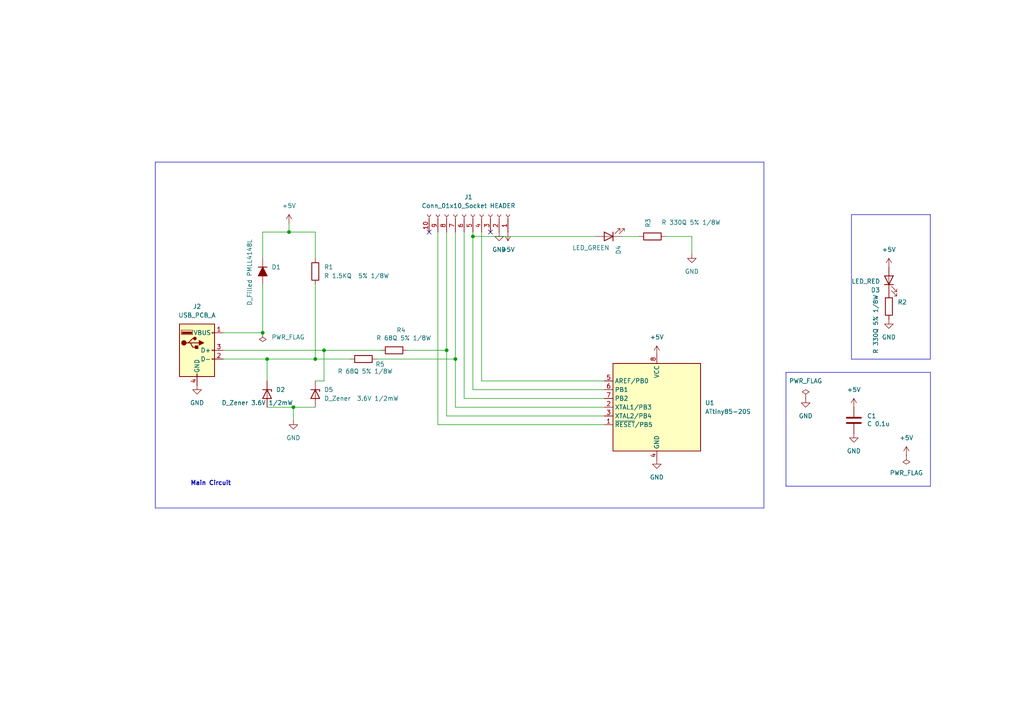
<source format=kicad_sch>
(kicad_sch
	(version 20231120)
	(generator "eeschema")
	(generator_version "8.0")
	(uuid "f2c20679-f28d-47ad-9191-2bfbde129570")
	(paper "A4")
	(title_block
		(date "2024-03-18")
		(rev "version Test2024")
		(company "UCC")
		(comment 1 "proyectoBase2024")
	)
	(lib_symbols
		(symbol "+5V_1"
			(power)
			(pin_names
				(offset 0)
			)
			(exclude_from_sim no)
			(in_bom yes)
			(on_board yes)
			(property "Reference" "#PWR"
				(at 0 -3.81 0)
				(effects
					(font
						(size 1.27 1.27)
					)
					(hide yes)
				)
			)
			(property "Value" "+5V_1"
				(at 0 3.556 0)
				(effects
					(font
						(size 1.27 1.27)
					)
				)
			)
			(property "Footprint" ""
				(at 0 0 0)
				(effects
					(font
						(size 1.27 1.27)
					)
					(hide yes)
				)
			)
			(property "Datasheet" ""
				(at 0 0 0)
				(effects
					(font
						(size 1.27 1.27)
					)
					(hide yes)
				)
			)
			(property "Description" "Power symbol creates a global label with name \"+5V\""
				(at 0 0 0)
				(effects
					(font
						(size 1.27 1.27)
					)
					(hide yes)
				)
			)
			(property "ki_keywords" "global power"
				(at 0 0 0)
				(effects
					(font
						(size 1.27 1.27)
					)
					(hide yes)
				)
			)
			(symbol "+5V_1_0_1"
				(polyline
					(pts
						(xy -0.762 1.27) (xy 0 2.54)
					)
					(stroke
						(width 0)
						(type default)
					)
					(fill
						(type none)
					)
				)
				(polyline
					(pts
						(xy 0 0) (xy 0 2.54)
					)
					(stroke
						(width 0)
						(type default)
					)
					(fill
						(type none)
					)
				)
				(polyline
					(pts
						(xy 0 2.54) (xy 0.762 1.27)
					)
					(stroke
						(width 0)
						(type default)
					)
					(fill
						(type none)
					)
				)
			)
			(symbol "+5V_1_1_1"
				(pin power_in line
					(at 0 0 90)
					(length 0) hide
					(name "+5V"
						(effects
							(font
								(size 1.27 1.27)
							)
						)
					)
					(number "1"
						(effects
							(font
								(size 1.27 1.27)
							)
						)
					)
				)
			)
		)
		(symbol "Connector:Conn_01x10_Socket"
			(pin_names
				(offset 1.016) hide)
			(exclude_from_sim no)
			(in_bom yes)
			(on_board yes)
			(property "Reference" "J"
				(at 0 12.7 0)
				(effects
					(font
						(size 1.27 1.27)
					)
				)
			)
			(property "Value" "Conn_01x10_Socket"
				(at 0 -15.24 0)
				(effects
					(font
						(size 1.27 1.27)
					)
				)
			)
			(property "Footprint" ""
				(at 0 0 0)
				(effects
					(font
						(size 1.27 1.27)
					)
					(hide yes)
				)
			)
			(property "Datasheet" "~"
				(at 0 0 0)
				(effects
					(font
						(size 1.27 1.27)
					)
					(hide yes)
				)
			)
			(property "Description" "Generic connector, single row, 01x10, script generated"
				(at 0 0 0)
				(effects
					(font
						(size 1.27 1.27)
					)
					(hide yes)
				)
			)
			(property "ki_locked" ""
				(at 0 0 0)
				(effects
					(font
						(size 1.27 1.27)
					)
				)
			)
			(property "ki_keywords" "connector"
				(at 0 0 0)
				(effects
					(font
						(size 1.27 1.27)
					)
					(hide yes)
				)
			)
			(property "ki_fp_filters" "Connector*:*_1x??_*"
				(at 0 0 0)
				(effects
					(font
						(size 1.27 1.27)
					)
					(hide yes)
				)
			)
			(symbol "Conn_01x10_Socket_1_1"
				(arc
					(start 0 -12.192)
					(mid -0.5058 -12.7)
					(end 0 -13.208)
					(stroke
						(width 0.1524)
						(type default)
					)
					(fill
						(type none)
					)
				)
				(arc
					(start 0 -9.652)
					(mid -0.5058 -10.16)
					(end 0 -10.668)
					(stroke
						(width 0.1524)
						(type default)
					)
					(fill
						(type none)
					)
				)
				(arc
					(start 0 -7.112)
					(mid -0.5058 -7.62)
					(end 0 -8.128)
					(stroke
						(width 0.1524)
						(type default)
					)
					(fill
						(type none)
					)
				)
				(arc
					(start 0 -4.572)
					(mid -0.5058 -5.08)
					(end 0 -5.588)
					(stroke
						(width 0.1524)
						(type default)
					)
					(fill
						(type none)
					)
				)
				(arc
					(start 0 -2.032)
					(mid -0.5058 -2.54)
					(end 0 -3.048)
					(stroke
						(width 0.1524)
						(type default)
					)
					(fill
						(type none)
					)
				)
				(polyline
					(pts
						(xy -1.27 -12.7) (xy -0.508 -12.7)
					)
					(stroke
						(width 0.1524)
						(type default)
					)
					(fill
						(type none)
					)
				)
				(polyline
					(pts
						(xy -1.27 -10.16) (xy -0.508 -10.16)
					)
					(stroke
						(width 0.1524)
						(type default)
					)
					(fill
						(type none)
					)
				)
				(polyline
					(pts
						(xy -1.27 -7.62) (xy -0.508 -7.62)
					)
					(stroke
						(width 0.1524)
						(type default)
					)
					(fill
						(type none)
					)
				)
				(polyline
					(pts
						(xy -1.27 -5.08) (xy -0.508 -5.08)
					)
					(stroke
						(width 0.1524)
						(type default)
					)
					(fill
						(type none)
					)
				)
				(polyline
					(pts
						(xy -1.27 -2.54) (xy -0.508 -2.54)
					)
					(stroke
						(width 0.1524)
						(type default)
					)
					(fill
						(type none)
					)
				)
				(polyline
					(pts
						(xy -1.27 0) (xy -0.508 0)
					)
					(stroke
						(width 0.1524)
						(type default)
					)
					(fill
						(type none)
					)
				)
				(polyline
					(pts
						(xy -1.27 2.54) (xy -0.508 2.54)
					)
					(stroke
						(width 0.1524)
						(type default)
					)
					(fill
						(type none)
					)
				)
				(polyline
					(pts
						(xy -1.27 5.08) (xy -0.508 5.08)
					)
					(stroke
						(width 0.1524)
						(type default)
					)
					(fill
						(type none)
					)
				)
				(polyline
					(pts
						(xy -1.27 7.62) (xy -0.508 7.62)
					)
					(stroke
						(width 0.1524)
						(type default)
					)
					(fill
						(type none)
					)
				)
				(polyline
					(pts
						(xy -1.27 10.16) (xy -0.508 10.16)
					)
					(stroke
						(width 0.1524)
						(type default)
					)
					(fill
						(type none)
					)
				)
				(arc
					(start 0 0.508)
					(mid -0.5058 0)
					(end 0 -0.508)
					(stroke
						(width 0.1524)
						(type default)
					)
					(fill
						(type none)
					)
				)
				(arc
					(start 0 3.048)
					(mid -0.5058 2.54)
					(end 0 2.032)
					(stroke
						(width 0.1524)
						(type default)
					)
					(fill
						(type none)
					)
				)
				(arc
					(start 0 5.588)
					(mid -0.5058 5.08)
					(end 0 4.572)
					(stroke
						(width 0.1524)
						(type default)
					)
					(fill
						(type none)
					)
				)
				(arc
					(start 0 8.128)
					(mid -0.5058 7.62)
					(end 0 7.112)
					(stroke
						(width 0.1524)
						(type default)
					)
					(fill
						(type none)
					)
				)
				(arc
					(start 0 10.668)
					(mid -0.5058 10.16)
					(end 0 9.652)
					(stroke
						(width 0.1524)
						(type default)
					)
					(fill
						(type none)
					)
				)
				(pin passive line
					(at -5.08 10.16 0)
					(length 3.81)
					(name "Pin_1"
						(effects
							(font
								(size 1.27 1.27)
							)
						)
					)
					(number "1"
						(effects
							(font
								(size 1.27 1.27)
							)
						)
					)
				)
				(pin passive line
					(at -5.08 -12.7 0)
					(length 3.81)
					(name "Pin_10"
						(effects
							(font
								(size 1.27 1.27)
							)
						)
					)
					(number "10"
						(effects
							(font
								(size 1.27 1.27)
							)
						)
					)
				)
				(pin passive line
					(at -5.08 7.62 0)
					(length 3.81)
					(name "Pin_2"
						(effects
							(font
								(size 1.27 1.27)
							)
						)
					)
					(number "2"
						(effects
							(font
								(size 1.27 1.27)
							)
						)
					)
				)
				(pin passive line
					(at -5.08 5.08 0)
					(length 3.81)
					(name "Pin_3"
						(effects
							(font
								(size 1.27 1.27)
							)
						)
					)
					(number "3"
						(effects
							(font
								(size 1.27 1.27)
							)
						)
					)
				)
				(pin passive line
					(at -5.08 2.54 0)
					(length 3.81)
					(name "Pin_4"
						(effects
							(font
								(size 1.27 1.27)
							)
						)
					)
					(number "4"
						(effects
							(font
								(size 1.27 1.27)
							)
						)
					)
				)
				(pin passive line
					(at -5.08 0 0)
					(length 3.81)
					(name "Pin_5"
						(effects
							(font
								(size 1.27 1.27)
							)
						)
					)
					(number "5"
						(effects
							(font
								(size 1.27 1.27)
							)
						)
					)
				)
				(pin passive line
					(at -5.08 -2.54 0)
					(length 3.81)
					(name "Pin_6"
						(effects
							(font
								(size 1.27 1.27)
							)
						)
					)
					(number "6"
						(effects
							(font
								(size 1.27 1.27)
							)
						)
					)
				)
				(pin passive line
					(at -5.08 -5.08 0)
					(length 3.81)
					(name "Pin_7"
						(effects
							(font
								(size 1.27 1.27)
							)
						)
					)
					(number "7"
						(effects
							(font
								(size 1.27 1.27)
							)
						)
					)
				)
				(pin passive line
					(at -5.08 -7.62 0)
					(length 3.81)
					(name "Pin_8"
						(effects
							(font
								(size 1.27 1.27)
							)
						)
					)
					(number "8"
						(effects
							(font
								(size 1.27 1.27)
							)
						)
					)
				)
				(pin passive line
					(at -5.08 -10.16 0)
					(length 3.81)
					(name "Pin_9"
						(effects
							(font
								(size 1.27 1.27)
							)
						)
					)
					(number "9"
						(effects
							(font
								(size 1.27 1.27)
							)
						)
					)
				)
			)
		)
		(symbol "Connector:USB_A"
			(pin_names
				(offset 1.016)
			)
			(exclude_from_sim no)
			(in_bom yes)
			(on_board yes)
			(property "Reference" "J2"
				(at 0 12.7 0)
				(effects
					(font
						(size 1.27 1.27)
					)
				)
			)
			(property "Value" "USB_A"
				(at 0 10.16 0)
				(effects
					(font
						(size 1.27 1.27)
					)
				)
			)
			(property "Footprint" ""
				(at 3.81 -1.27 0)
				(effects
					(font
						(size 1.27 1.27)
					)
					(hide yes)
				)
			)
			(property "Datasheet" " ~"
				(at 3.81 -1.27 0)
				(effects
					(font
						(size 1.27 1.27)
					)
					(hide yes)
				)
			)
			(property "Description" "USB Type A connector"
				(at 0 0 0)
				(effects
					(font
						(size 1.27 1.27)
					)
					(hide yes)
				)
			)
			(property "ki_keywords" "connector USB"
				(at 0 0 0)
				(effects
					(font
						(size 1.27 1.27)
					)
					(hide yes)
				)
			)
			(property "ki_fp_filters" "USB*"
				(at 0 0 0)
				(effects
					(font
						(size 1.27 1.27)
					)
					(hide yes)
				)
			)
			(symbol "USB_A_0_1"
				(rectangle
					(start -5.08 -7.62)
					(end 5.08 7.62)
					(stroke
						(width 0.254)
						(type default)
					)
					(fill
						(type background)
					)
				)
				(circle
					(center -3.81 2.159)
					(radius 0.635)
					(stroke
						(width 0.254)
						(type default)
					)
					(fill
						(type outline)
					)
				)
				(rectangle
					(start -1.524 4.826)
					(end -4.318 5.334)
					(stroke
						(width 0)
						(type default)
					)
					(fill
						(type outline)
					)
				)
				(rectangle
					(start -1.27 4.572)
					(end -4.572 5.842)
					(stroke
						(width 0)
						(type default)
					)
					(fill
						(type none)
					)
				)
				(circle
					(center -0.635 3.429)
					(radius 0.381)
					(stroke
						(width 0.254)
						(type default)
					)
					(fill
						(type outline)
					)
				)
				(rectangle
					(start -0.127 -7.62)
					(end 0.127 -6.858)
					(stroke
						(width 0)
						(type default)
					)
					(fill
						(type none)
					)
				)
				(polyline
					(pts
						(xy -3.175 2.159) (xy -2.54 2.159) (xy -1.27 3.429) (xy -0.635 3.429)
					)
					(stroke
						(width 0.254)
						(type default)
					)
					(fill
						(type none)
					)
				)
				(polyline
					(pts
						(xy -2.54 2.159) (xy -1.905 2.159) (xy -1.27 0.889) (xy 0 0.889)
					)
					(stroke
						(width 0.254)
						(type default)
					)
					(fill
						(type none)
					)
				)
				(polyline
					(pts
						(xy 0.635 2.794) (xy 0.635 1.524) (xy 1.905 2.159) (xy 0.635 2.794)
					)
					(stroke
						(width 0.254)
						(type default)
					)
					(fill
						(type outline)
					)
				)
				(rectangle
					(start 0.254 1.27)
					(end -0.508 0.508)
					(stroke
						(width 0.254)
						(type default)
					)
					(fill
						(type outline)
					)
				)
				(rectangle
					(start 5.08 -2.667)
					(end 4.318 -2.413)
					(stroke
						(width 0)
						(type default)
					)
					(fill
						(type none)
					)
				)
				(rectangle
					(start 5.08 -0.127)
					(end 4.318 0.127)
					(stroke
						(width 0)
						(type default)
					)
					(fill
						(type none)
					)
				)
				(rectangle
					(start 5.08 4.953)
					(end 4.318 5.207)
					(stroke
						(width 0)
						(type default)
					)
					(fill
						(type none)
					)
				)
			)
			(symbol "USB_A_1_1"
				(polyline
					(pts
						(xy -1.905 2.159) (xy 0.635 2.159)
					)
					(stroke
						(width 0.254)
						(type default)
					)
					(fill
						(type none)
					)
				)
				(pin power_in line
					(at 7.62 5.08 180)
					(length 2.54)
					(name "VBUS"
						(effects
							(font
								(size 1.27 1.27)
							)
						)
					)
					(number "1"
						(effects
							(font
								(size 1.27 1.27)
							)
						)
					)
				)
				(pin bidirectional line
					(at 7.62 -2.54 180)
					(length 2.54)
					(name "D-"
						(effects
							(font
								(size 1.27 1.27)
							)
						)
					)
					(number "2"
						(effects
							(font
								(size 1.27 1.27)
							)
						)
					)
				)
				(pin bidirectional line
					(at 7.62 0 180)
					(length 2.54)
					(name "D+"
						(effects
							(font
								(size 1.27 1.27)
							)
						)
					)
					(number "3"
						(effects
							(font
								(size 1.27 1.27)
							)
						)
					)
				)
				(pin power_in line
					(at 0 -10.16 90)
					(length 2.54)
					(name "GND"
						(effects
							(font
								(size 1.27 1.27)
							)
						)
					)
					(number "4"
						(effects
							(font
								(size 1.27 1.27)
							)
						)
					)
				)
			)
		)
		(symbol "D_Filled_1"
			(pin_numbers hide)
			(pin_names
				(offset 1.016) hide)
			(exclude_from_sim no)
			(in_bom yes)
			(on_board yes)
			(property "Reference" "D"
				(at 0 2.54 0)
				(effects
					(font
						(size 1.27 1.27)
					)
				)
			)
			(property "Value" "D_Filled"
				(at 0 -2.54 0)
				(effects
					(font
						(size 1.27 1.27)
					)
				)
			)
			(property "Footprint" ""
				(at 0 0 0)
				(effects
					(font
						(size 1.27 1.27)
					)
					(hide yes)
				)
			)
			(property "Datasheet" "~"
				(at 0 0 0)
				(effects
					(font
						(size 1.27 1.27)
					)
					(hide yes)
				)
			)
			(property "Description" "Diode, filled shape"
				(at 0 0 0)
				(effects
					(font
						(size 1.27 1.27)
					)
					(hide yes)
				)
			)
			(property "Sim.Device" "D"
				(at 0 0 0)
				(effects
					(font
						(size 1.27 1.27)
					)
					(hide yes)
				)
			)
			(property "Sim.Pins" "1=K 2=A"
				(at 0 0 0)
				(effects
					(font
						(size 1.27 1.27)
					)
					(hide yes)
				)
			)
			(property "ki_keywords" "diode"
				(at 0 0 0)
				(effects
					(font
						(size 1.27 1.27)
					)
					(hide yes)
				)
			)
			(property "ki_fp_filters" "TO-???* *_Diode_* *SingleDiode* D_*"
				(at 0 0 0)
				(effects
					(font
						(size 1.27 1.27)
					)
					(hide yes)
				)
			)
			(symbol "D_Filled_1_0_1"
				(polyline
					(pts
						(xy -1.27 1.27) (xy -1.27 -1.27)
					)
					(stroke
						(width 0.254)
						(type default)
					)
					(fill
						(type none)
					)
				)
				(polyline
					(pts
						(xy 1.27 0) (xy -1.27 0)
					)
					(stroke
						(width 0)
						(type default)
					)
					(fill
						(type none)
					)
				)
				(polyline
					(pts
						(xy 1.27 1.27) (xy 1.27 -1.27) (xy -1.27 0) (xy 1.27 1.27)
					)
					(stroke
						(width 0.254)
						(type default)
					)
					(fill
						(type outline)
					)
				)
			)
			(symbol "D_Filled_1_1_1"
				(pin passive line
					(at -3.81 0 0)
					(length 2.54)
					(name "K"
						(effects
							(font
								(size 1.27 1.27)
							)
						)
					)
					(number "1"
						(effects
							(font
								(size 1.27 1.27)
							)
						)
					)
				)
				(pin passive line
					(at 3.81 0 180)
					(length 2.54)
					(name "A"
						(effects
							(font
								(size 1.27 1.27)
							)
						)
					)
					(number "2"
						(effects
							(font
								(size 1.27 1.27)
							)
						)
					)
				)
			)
		)
		(symbol "Device:C"
			(pin_numbers hide)
			(pin_names
				(offset 0.254)
			)
			(exclude_from_sim no)
			(in_bom yes)
			(on_board yes)
			(property "Reference" "C"
				(at 0.635 2.54 0)
				(effects
					(font
						(size 1.27 1.27)
					)
					(justify left)
				)
			)
			(property "Value" "C"
				(at 0.635 -2.54 0)
				(effects
					(font
						(size 1.27 1.27)
					)
					(justify left)
				)
			)
			(property "Footprint" ""
				(at 0.9652 -3.81 0)
				(effects
					(font
						(size 1.27 1.27)
					)
					(hide yes)
				)
			)
			(property "Datasheet" "~"
				(at 0 0 0)
				(effects
					(font
						(size 1.27 1.27)
					)
					(hide yes)
				)
			)
			(property "Description" "Unpolarized capacitor"
				(at 0 0 0)
				(effects
					(font
						(size 1.27 1.27)
					)
					(hide yes)
				)
			)
			(property "ki_keywords" "cap capacitor"
				(at 0 0 0)
				(effects
					(font
						(size 1.27 1.27)
					)
					(hide yes)
				)
			)
			(property "ki_fp_filters" "C_*"
				(at 0 0 0)
				(effects
					(font
						(size 1.27 1.27)
					)
					(hide yes)
				)
			)
			(symbol "C_0_1"
				(polyline
					(pts
						(xy -2.032 -0.762) (xy 2.032 -0.762)
					)
					(stroke
						(width 0.508)
						(type default)
					)
					(fill
						(type none)
					)
				)
				(polyline
					(pts
						(xy -2.032 0.762) (xy 2.032 0.762)
					)
					(stroke
						(width 0.508)
						(type default)
					)
					(fill
						(type none)
					)
				)
			)
			(symbol "C_1_1"
				(pin passive line
					(at 0 3.81 270)
					(length 2.794)
					(name "~"
						(effects
							(font
								(size 1.27 1.27)
							)
						)
					)
					(number "1"
						(effects
							(font
								(size 1.27 1.27)
							)
						)
					)
				)
				(pin passive line
					(at 0 -3.81 90)
					(length 2.794)
					(name "~"
						(effects
							(font
								(size 1.27 1.27)
							)
						)
					)
					(number "2"
						(effects
							(font
								(size 1.27 1.27)
							)
						)
					)
				)
			)
		)
		(symbol "Device:D_Zener"
			(pin_numbers hide)
			(pin_names
				(offset 1.016) hide)
			(exclude_from_sim no)
			(in_bom yes)
			(on_board yes)
			(property "Reference" "D"
				(at 0 2.54 0)
				(effects
					(font
						(size 1.27 1.27)
					)
				)
			)
			(property "Value" "D_Zener"
				(at 0 -2.54 0)
				(effects
					(font
						(size 1.27 1.27)
					)
				)
			)
			(property "Footprint" ""
				(at 0 0 0)
				(effects
					(font
						(size 1.27 1.27)
					)
					(hide yes)
				)
			)
			(property "Datasheet" "~"
				(at 0 0 0)
				(effects
					(font
						(size 1.27 1.27)
					)
					(hide yes)
				)
			)
			(property "Description" "Zener diode"
				(at 0 0 0)
				(effects
					(font
						(size 1.27 1.27)
					)
					(hide yes)
				)
			)
			(property "ki_keywords" "diode"
				(at 0 0 0)
				(effects
					(font
						(size 1.27 1.27)
					)
					(hide yes)
				)
			)
			(property "ki_fp_filters" "TO-???* *_Diode_* *SingleDiode* D_*"
				(at 0 0 0)
				(effects
					(font
						(size 1.27 1.27)
					)
					(hide yes)
				)
			)
			(symbol "D_Zener_0_1"
				(polyline
					(pts
						(xy 1.27 0) (xy -1.27 0)
					)
					(stroke
						(width 0)
						(type default)
					)
					(fill
						(type none)
					)
				)
				(polyline
					(pts
						(xy -1.27 -1.27) (xy -1.27 1.27) (xy -0.762 1.27)
					)
					(stroke
						(width 0.254)
						(type default)
					)
					(fill
						(type none)
					)
				)
				(polyline
					(pts
						(xy 1.27 -1.27) (xy 1.27 1.27) (xy -1.27 0) (xy 1.27 -1.27)
					)
					(stroke
						(width 0.254)
						(type default)
					)
					(fill
						(type none)
					)
				)
			)
			(symbol "D_Zener_1_1"
				(pin passive line
					(at -3.81 0 0)
					(length 2.54)
					(name "K"
						(effects
							(font
								(size 1.27 1.27)
							)
						)
					)
					(number "1"
						(effects
							(font
								(size 1.27 1.27)
							)
						)
					)
				)
				(pin passive line
					(at 3.81 0 180)
					(length 2.54)
					(name "A"
						(effects
							(font
								(size 1.27 1.27)
							)
						)
					)
					(number "2"
						(effects
							(font
								(size 1.27 1.27)
							)
						)
					)
				)
			)
		)
		(symbol "Device:LED"
			(pin_numbers hide)
			(pin_names
				(offset 1.016) hide)
			(exclude_from_sim no)
			(in_bom yes)
			(on_board yes)
			(property "Reference" "D"
				(at 0 2.54 0)
				(effects
					(font
						(size 1.27 1.27)
					)
				)
			)
			(property "Value" "LED"
				(at 0 -2.54 0)
				(effects
					(font
						(size 1.27 1.27)
					)
				)
			)
			(property "Footprint" ""
				(at 0 0 0)
				(effects
					(font
						(size 1.27 1.27)
					)
					(hide yes)
				)
			)
			(property "Datasheet" "~"
				(at 0 0 0)
				(effects
					(font
						(size 1.27 1.27)
					)
					(hide yes)
				)
			)
			(property "Description" "Light emitting diode"
				(at 0 0 0)
				(effects
					(font
						(size 1.27 1.27)
					)
					(hide yes)
				)
			)
			(property "ki_keywords" "LED diode"
				(at 0 0 0)
				(effects
					(font
						(size 1.27 1.27)
					)
					(hide yes)
				)
			)
			(property "ki_fp_filters" "LED* LED_SMD:* LED_THT:*"
				(at 0 0 0)
				(effects
					(font
						(size 1.27 1.27)
					)
					(hide yes)
				)
			)
			(symbol "LED_0_1"
				(polyline
					(pts
						(xy -1.27 -1.27) (xy -1.27 1.27)
					)
					(stroke
						(width 0.254)
						(type default)
					)
					(fill
						(type none)
					)
				)
				(polyline
					(pts
						(xy -1.27 0) (xy 1.27 0)
					)
					(stroke
						(width 0)
						(type default)
					)
					(fill
						(type none)
					)
				)
				(polyline
					(pts
						(xy 1.27 -1.27) (xy 1.27 1.27) (xy -1.27 0) (xy 1.27 -1.27)
					)
					(stroke
						(width 0.254)
						(type default)
					)
					(fill
						(type none)
					)
				)
				(polyline
					(pts
						(xy -3.048 -0.762) (xy -4.572 -2.286) (xy -3.81 -2.286) (xy -4.572 -2.286) (xy -4.572 -1.524)
					)
					(stroke
						(width 0)
						(type default)
					)
					(fill
						(type none)
					)
				)
				(polyline
					(pts
						(xy -1.778 -0.762) (xy -3.302 -2.286) (xy -2.54 -2.286) (xy -3.302 -2.286) (xy -3.302 -1.524)
					)
					(stroke
						(width 0)
						(type default)
					)
					(fill
						(type none)
					)
				)
			)
			(symbol "LED_1_1"
				(pin passive line
					(at -3.81 0 0)
					(length 2.54)
					(name "K"
						(effects
							(font
								(size 1.27 1.27)
							)
						)
					)
					(number "1"
						(effects
							(font
								(size 1.27 1.27)
							)
						)
					)
				)
				(pin passive line
					(at 3.81 0 180)
					(length 2.54)
					(name "A"
						(effects
							(font
								(size 1.27 1.27)
							)
						)
					)
					(number "2"
						(effects
							(font
								(size 1.27 1.27)
							)
						)
					)
				)
			)
		)
		(symbol "Device:R"
			(pin_numbers hide)
			(pin_names
				(offset 0)
			)
			(exclude_from_sim no)
			(in_bom yes)
			(on_board yes)
			(property "Reference" "R"
				(at 2.032 0 90)
				(effects
					(font
						(size 1.27 1.27)
					)
				)
			)
			(property "Value" "R"
				(at 0 0 90)
				(effects
					(font
						(size 1.27 1.27)
					)
				)
			)
			(property "Footprint" ""
				(at -1.778 0 90)
				(effects
					(font
						(size 1.27 1.27)
					)
					(hide yes)
				)
			)
			(property "Datasheet" "~"
				(at 0 0 0)
				(effects
					(font
						(size 1.27 1.27)
					)
					(hide yes)
				)
			)
			(property "Description" "Resistor"
				(at 0 0 0)
				(effects
					(font
						(size 1.27 1.27)
					)
					(hide yes)
				)
			)
			(property "ki_keywords" "R res resistor"
				(at 0 0 0)
				(effects
					(font
						(size 1.27 1.27)
					)
					(hide yes)
				)
			)
			(property "ki_fp_filters" "R_*"
				(at 0 0 0)
				(effects
					(font
						(size 1.27 1.27)
					)
					(hide yes)
				)
			)
			(symbol "R_0_1"
				(rectangle
					(start -1.016 -2.54)
					(end 1.016 2.54)
					(stroke
						(width 0.254)
						(type default)
					)
					(fill
						(type none)
					)
				)
			)
			(symbol "R_1_1"
				(pin passive line
					(at 0 3.81 270)
					(length 1.27)
					(name "~"
						(effects
							(font
								(size 1.27 1.27)
							)
						)
					)
					(number "1"
						(effects
							(font
								(size 1.27 1.27)
							)
						)
					)
				)
				(pin passive line
					(at 0 -3.81 90)
					(length 1.27)
					(name "~"
						(effects
							(font
								(size 1.27 1.27)
							)
						)
					)
					(number "2"
						(effects
							(font
								(size 1.27 1.27)
							)
						)
					)
				)
			)
		)
		(symbol "GND_1"
			(power)
			(pin_names
				(offset 0)
			)
			(exclude_from_sim no)
			(in_bom yes)
			(on_board yes)
			(property "Reference" "#PWR"
				(at 0 -6.35 0)
				(effects
					(font
						(size 1.27 1.27)
					)
					(hide yes)
				)
			)
			(property "Value" "GND_1"
				(at 0 -3.81 0)
				(effects
					(font
						(size 1.27 1.27)
					)
				)
			)
			(property "Footprint" ""
				(at 0 0 0)
				(effects
					(font
						(size 1.27 1.27)
					)
					(hide yes)
				)
			)
			(property "Datasheet" ""
				(at 0 0 0)
				(effects
					(font
						(size 1.27 1.27)
					)
					(hide yes)
				)
			)
			(property "Description" "Power symbol creates a global label with name \"GND\" , ground"
				(at 0 0 0)
				(effects
					(font
						(size 1.27 1.27)
					)
					(hide yes)
				)
			)
			(property "ki_keywords" "global power"
				(at 0 0 0)
				(effects
					(font
						(size 1.27 1.27)
					)
					(hide yes)
				)
			)
			(symbol "GND_1_0_1"
				(polyline
					(pts
						(xy 0 0) (xy 0 -1.27) (xy 1.27 -1.27) (xy 0 -2.54) (xy -1.27 -1.27) (xy 0 -1.27)
					)
					(stroke
						(width 0)
						(type default)
					)
					(fill
						(type none)
					)
				)
			)
			(symbol "GND_1_1_1"
				(pin power_in line
					(at 0 0 270)
					(length 0) hide
					(name "GND"
						(effects
							(font
								(size 1.27 1.27)
							)
						)
					)
					(number "1"
						(effects
							(font
								(size 1.27 1.27)
							)
						)
					)
				)
			)
		)
		(symbol "MCU_Microchip_ATtiny:ATtiny85-20S"
			(exclude_from_sim no)
			(in_bom yes)
			(on_board yes)
			(property "Reference" "U"
				(at -12.7 13.97 0)
				(effects
					(font
						(size 1.27 1.27)
					)
					(justify left bottom)
				)
			)
			(property "Value" "ATtiny85-20S"
				(at 2.54 -13.97 0)
				(effects
					(font
						(size 1.27 1.27)
					)
					(justify left top)
				)
			)
			(property "Footprint" "Package_SO:SOIC-8W_5.3x5.3mm_P1.27mm"
				(at 0 0 0)
				(effects
					(font
						(size 1.27 1.27)
						(italic yes)
					)
					(hide yes)
				)
			)
			(property "Datasheet" "http://ww1.microchip.com/downloads/en/DeviceDoc/atmel-2586-avr-8-bit-microcontroller-attiny25-attiny45-attiny85_datasheet.pdf"
				(at 0 0 0)
				(effects
					(font
						(size 1.27 1.27)
					)
					(hide yes)
				)
			)
			(property "Description" "20MHz, 8kB Flash, 512B SRAM, 512B EEPROM, debugWIRE, SOIC-8W"
				(at 0 0 0)
				(effects
					(font
						(size 1.27 1.27)
					)
					(hide yes)
				)
			)
			(property "ki_keywords" "AVR 8bit Microcontroller tinyAVR"
				(at 0 0 0)
				(effects
					(font
						(size 1.27 1.27)
					)
					(hide yes)
				)
			)
			(property "ki_fp_filters" "SOIC*5.3x5.3mm*P1.27mm*"
				(at 0 0 0)
				(effects
					(font
						(size 1.27 1.27)
					)
					(hide yes)
				)
			)
			(symbol "ATtiny85-20S_0_1"
				(rectangle
					(start -12.7 -12.7)
					(end 12.7 12.7)
					(stroke
						(width 0.254)
						(type default)
					)
					(fill
						(type background)
					)
				)
			)
			(symbol "ATtiny85-20S_1_1"
				(pin bidirectional line
					(at 15.24 -5.08 180)
					(length 2.54)
					(name "~{RESET}/PB5"
						(effects
							(font
								(size 1.27 1.27)
							)
						)
					)
					(number "1"
						(effects
							(font
								(size 1.27 1.27)
							)
						)
					)
				)
				(pin bidirectional line
					(at 15.24 0 180)
					(length 2.54)
					(name "XTAL1/PB3"
						(effects
							(font
								(size 1.27 1.27)
							)
						)
					)
					(number "2"
						(effects
							(font
								(size 1.27 1.27)
							)
						)
					)
				)
				(pin bidirectional line
					(at 15.24 -2.54 180)
					(length 2.54)
					(name "XTAL2/PB4"
						(effects
							(font
								(size 1.27 1.27)
							)
						)
					)
					(number "3"
						(effects
							(font
								(size 1.27 1.27)
							)
						)
					)
				)
				(pin power_in line
					(at 0 -15.24 90)
					(length 2.54)
					(name "GND"
						(effects
							(font
								(size 1.27 1.27)
							)
						)
					)
					(number "4"
						(effects
							(font
								(size 1.27 1.27)
							)
						)
					)
				)
				(pin bidirectional line
					(at 15.24 7.62 180)
					(length 2.54)
					(name "AREF/PB0"
						(effects
							(font
								(size 1.27 1.27)
							)
						)
					)
					(number "5"
						(effects
							(font
								(size 1.27 1.27)
							)
						)
					)
				)
				(pin bidirectional line
					(at 15.24 5.08 180)
					(length 2.54)
					(name "PB1"
						(effects
							(font
								(size 1.27 1.27)
							)
						)
					)
					(number "6"
						(effects
							(font
								(size 1.27 1.27)
							)
						)
					)
				)
				(pin bidirectional line
					(at 15.24 2.54 180)
					(length 2.54)
					(name "PB2"
						(effects
							(font
								(size 1.27 1.27)
							)
						)
					)
					(number "7"
						(effects
							(font
								(size 1.27 1.27)
							)
						)
					)
				)
				(pin power_in line
					(at 0 15.24 270)
					(length 2.54)
					(name "VCC"
						(effects
							(font
								(size 1.27 1.27)
							)
						)
					)
					(number "8"
						(effects
							(font
								(size 1.27 1.27)
							)
						)
					)
				)
			)
		)
		(symbol "PWR_FLAG_1"
			(power)
			(pin_numbers hide)
			(pin_names
				(offset 0) hide)
			(exclude_from_sim no)
			(in_bom yes)
			(on_board yes)
			(property "Reference" "#FLG"
				(at 0 1.905 0)
				(effects
					(font
						(size 1.27 1.27)
					)
					(hide yes)
				)
			)
			(property "Value" "PWR_FLAG_1"
				(at 0 3.81 0)
				(effects
					(font
						(size 1.27 1.27)
					)
				)
			)
			(property "Footprint" ""
				(at 0 0 0)
				(effects
					(font
						(size 1.27 1.27)
					)
					(hide yes)
				)
			)
			(property "Datasheet" "~"
				(at 0 0 0)
				(effects
					(font
						(size 1.27 1.27)
					)
					(hide yes)
				)
			)
			(property "Description" "Special symbol for telling ERC where power comes from"
				(at 0 0 0)
				(effects
					(font
						(size 1.27 1.27)
					)
					(hide yes)
				)
			)
			(property "ki_keywords" "flag power"
				(at 0 0 0)
				(effects
					(font
						(size 1.27 1.27)
					)
					(hide yes)
				)
			)
			(symbol "PWR_FLAG_1_0_0"
				(pin power_out line
					(at 0 0 90)
					(length 0)
					(name "pwr"
						(effects
							(font
								(size 1.27 1.27)
							)
						)
					)
					(number "1"
						(effects
							(font
								(size 1.27 1.27)
							)
						)
					)
				)
			)
			(symbol "PWR_FLAG_1_0_1"
				(polyline
					(pts
						(xy 0 0) (xy 0 1.27) (xy -1.016 1.905) (xy 0 2.54) (xy 1.016 1.905) (xy 0 1.27)
					)
					(stroke
						(width 0)
						(type default)
					)
					(fill
						(type none)
					)
				)
			)
		)
		(symbol "power:+5V"
			(power)
			(pin_numbers hide)
			(pin_names
				(offset 0) hide)
			(exclude_from_sim no)
			(in_bom yes)
			(on_board yes)
			(property "Reference" "#PWR"
				(at 0 -3.81 0)
				(effects
					(font
						(size 1.27 1.27)
					)
					(hide yes)
				)
			)
			(property "Value" "+5V"
				(at 0 3.556 0)
				(effects
					(font
						(size 1.27 1.27)
					)
				)
			)
			(property "Footprint" ""
				(at 0 0 0)
				(effects
					(font
						(size 1.27 1.27)
					)
					(hide yes)
				)
			)
			(property "Datasheet" ""
				(at 0 0 0)
				(effects
					(font
						(size 1.27 1.27)
					)
					(hide yes)
				)
			)
			(property "Description" "Power symbol creates a global label with name \"+5V\""
				(at 0 0 0)
				(effects
					(font
						(size 1.27 1.27)
					)
					(hide yes)
				)
			)
			(property "ki_keywords" "global power"
				(at 0 0 0)
				(effects
					(font
						(size 1.27 1.27)
					)
					(hide yes)
				)
			)
			(symbol "+5V_0_1"
				(polyline
					(pts
						(xy -0.762 1.27) (xy 0 2.54)
					)
					(stroke
						(width 0)
						(type default)
					)
					(fill
						(type none)
					)
				)
				(polyline
					(pts
						(xy 0 0) (xy 0 2.54)
					)
					(stroke
						(width 0)
						(type default)
					)
					(fill
						(type none)
					)
				)
				(polyline
					(pts
						(xy 0 2.54) (xy 0.762 1.27)
					)
					(stroke
						(width 0)
						(type default)
					)
					(fill
						(type none)
					)
				)
			)
			(symbol "+5V_1_1"
				(pin power_in line
					(at 0 0 90)
					(length 0)
					(name "~"
						(effects
							(font
								(size 1.27 1.27)
							)
						)
					)
					(number "1"
						(effects
							(font
								(size 1.27 1.27)
							)
						)
					)
				)
			)
		)
		(symbol "power:GND"
			(power)
			(pin_numbers hide)
			(pin_names
				(offset 0) hide)
			(exclude_from_sim no)
			(in_bom yes)
			(on_board yes)
			(property "Reference" "#PWR"
				(at 0 -6.35 0)
				(effects
					(font
						(size 1.27 1.27)
					)
					(hide yes)
				)
			)
			(property "Value" "GND"
				(at 0 -3.81 0)
				(effects
					(font
						(size 1.27 1.27)
					)
				)
			)
			(property "Footprint" ""
				(at 0 0 0)
				(effects
					(font
						(size 1.27 1.27)
					)
					(hide yes)
				)
			)
			(property "Datasheet" ""
				(at 0 0 0)
				(effects
					(font
						(size 1.27 1.27)
					)
					(hide yes)
				)
			)
			(property "Description" "Power symbol creates a global label with name \"GND\" , ground"
				(at 0 0 0)
				(effects
					(font
						(size 1.27 1.27)
					)
					(hide yes)
				)
			)
			(property "ki_keywords" "global power"
				(at 0 0 0)
				(effects
					(font
						(size 1.27 1.27)
					)
					(hide yes)
				)
			)
			(symbol "GND_0_1"
				(polyline
					(pts
						(xy 0 0) (xy 0 -1.27) (xy 1.27 -1.27) (xy 0 -2.54) (xy -1.27 -1.27) (xy 0 -1.27)
					)
					(stroke
						(width 0)
						(type default)
					)
					(fill
						(type none)
					)
				)
			)
			(symbol "GND_1_1"
				(pin power_in line
					(at 0 0 270)
					(length 0)
					(name "~"
						(effects
							(font
								(size 1.27 1.27)
							)
						)
					)
					(number "1"
						(effects
							(font
								(size 1.27 1.27)
							)
						)
					)
				)
			)
		)
		(symbol "power:PWR_FLAG"
			(power)
			(pin_numbers hide)
			(pin_names
				(offset 0) hide)
			(exclude_from_sim no)
			(in_bom yes)
			(on_board yes)
			(property "Reference" "#FLG"
				(at 0 1.905 0)
				(effects
					(font
						(size 1.27 1.27)
					)
					(hide yes)
				)
			)
			(property "Value" "PWR_FLAG"
				(at 0 3.81 0)
				(effects
					(font
						(size 1.27 1.27)
					)
				)
			)
			(property "Footprint" ""
				(at 0 0 0)
				(effects
					(font
						(size 1.27 1.27)
					)
					(hide yes)
				)
			)
			(property "Datasheet" "~"
				(at 0 0 0)
				(effects
					(font
						(size 1.27 1.27)
					)
					(hide yes)
				)
			)
			(property "Description" "Special symbol for telling ERC where power comes from"
				(at 0 0 0)
				(effects
					(font
						(size 1.27 1.27)
					)
					(hide yes)
				)
			)
			(property "ki_keywords" "flag power"
				(at 0 0 0)
				(effects
					(font
						(size 1.27 1.27)
					)
					(hide yes)
				)
			)
			(symbol "PWR_FLAG_0_0"
				(pin power_out line
					(at 0 0 90)
					(length 0)
					(name "~"
						(effects
							(font
								(size 1.27 1.27)
							)
						)
					)
					(number "1"
						(effects
							(font
								(size 1.27 1.27)
							)
						)
					)
				)
			)
			(symbol "PWR_FLAG_0_1"
				(polyline
					(pts
						(xy 0 0) (xy 0 1.27) (xy -1.016 1.905) (xy 0 2.54) (xy 1.016 1.905) (xy 0 1.27)
					)
					(stroke
						(width 0)
						(type default)
					)
					(fill
						(type none)
					)
				)
			)
		)
	)
	(junction
		(at 129.54 101.6)
		(diameter 0)
		(color 0 0 0 0)
		(uuid "20dc037d-83a5-4998-8787-f90c70e7ba0a")
	)
	(junction
		(at 83.82 67.31)
		(diameter 0)
		(color 0 0 0 0)
		(uuid "45e23898-725d-4312-9589-842bbc39b85b")
	)
	(junction
		(at 85.09 118.11)
		(diameter 0)
		(color 0 0 0 0)
		(uuid "465fb929-9ec4-4317-b520-d998b1016f72")
	)
	(junction
		(at 132.08 104.14)
		(diameter 0)
		(color 0 0 0 0)
		(uuid "561a3edd-647b-4c48-942e-ab8164a2b89a")
	)
	(junction
		(at 93.98 101.6)
		(diameter 0)
		(color 0 0 0 0)
		(uuid "7d36e606-599e-495d-9379-e966faa46648")
	)
	(junction
		(at 77.47 104.14)
		(diameter 0)
		(color 0 0 0 0)
		(uuid "99558b79-d28f-4aa7-9474-18174b721536")
	)
	(junction
		(at 76.2 96.52)
		(diameter 0)
		(color 0 0 0 0)
		(uuid "c21c631f-066b-4729-8789-1468c6246fa5")
	)
	(junction
		(at 137.16 68.58)
		(diameter 0)
		(color 0 0 0 0)
		(uuid "f504c0d8-bce1-4605-b7a8-88a61cbb2e08")
	)
	(junction
		(at 91.44 104.14)
		(diameter 0)
		(color 0 0 0 0)
		(uuid "f56f66d1-c0e9-4a38-95c0-112e753c30aa")
	)
	(no_connect
		(at 142.24 67.31)
		(uuid "27e0acd1-f394-4aea-8ba9-318387323d05")
	)
	(no_connect
		(at 124.46 67.31)
		(uuid "97b5cfea-8be1-4dce-a18e-094489e86a4e")
	)
	(polyline
		(pts
			(xy 45.0342 147.3454) (xy 45.0342 47.0154)
		)
		(stroke
			(width 0)
			(type default)
		)
		(uuid "12c67071-fe67-4f47-a0ca-3ef1ab2bc966")
	)
	(wire
		(pts
			(xy 175.26 110.49) (xy 139.7 110.49)
		)
		(stroke
			(width 0)
			(type default)
		)
		(uuid "18a853a8-3053-4292-a7c0-9ac980eda1e4")
	)
	(polyline
		(pts
			(xy 221.5642 47.0154) (xy 221.5642 147.3454)
		)
		(stroke
			(width 0)
			(type default)
		)
		(uuid "1f5f82f7-3c3e-40e2-9a00-ce83a042d5ac")
	)
	(wire
		(pts
			(xy 77.47 104.14) (xy 77.47 110.49)
		)
		(stroke
			(width 0)
			(type default)
		)
		(uuid "22fb79d5-b4a2-4050-af6e-262b15b793df")
	)
	(wire
		(pts
			(xy 200.66 68.58) (xy 193.04 68.58)
		)
		(stroke
			(width 0)
			(type default)
		)
		(uuid "2c4e0848-1644-414b-9ede-4a65a1e48db0")
	)
	(wire
		(pts
			(xy 83.82 64.77) (xy 83.82 67.31)
		)
		(stroke
			(width 0)
			(type default)
		)
		(uuid "410248ad-2904-4812-8d85-850535af93ee")
	)
	(wire
		(pts
			(xy 91.44 82.55) (xy 91.44 104.14)
		)
		(stroke
			(width 0)
			(type default)
		)
		(uuid "4585b9cb-17b8-46ef-9686-c892492aaa9b")
	)
	(wire
		(pts
			(xy 180.34 68.58) (xy 185.42 68.58)
		)
		(stroke
			(width 0)
			(type default)
		)
		(uuid "4b2956e4-d8f3-45c2-9dbc-d6ca6a2054a9")
	)
	(wire
		(pts
			(xy 76.2 67.31) (xy 76.2 74.93)
		)
		(stroke
			(width 0)
			(type default)
		)
		(uuid "4c2df597-1210-449c-9045-650fb6953e19")
	)
	(polyline
		(pts
			(xy 269.8242 62.2554) (xy 269.8242 104.1654)
		)
		(stroke
			(width 0)
			(type default)
		)
		(uuid "4eb3e81b-c3fe-4e85-853e-9ce32520e02d")
	)
	(wire
		(pts
			(xy 175.26 115.57) (xy 134.62 115.57)
		)
		(stroke
			(width 0)
			(type default)
		)
		(uuid "4f789214-6f17-465a-b801-dc0972ba0ead")
	)
	(wire
		(pts
			(xy 137.16 68.58) (xy 137.16 113.03)
		)
		(stroke
			(width 0)
			(type default)
		)
		(uuid "5563b078-4bd2-4332-ba68-c89b6c065315")
	)
	(wire
		(pts
			(xy 127 67.31) (xy 127 123.19)
		)
		(stroke
			(width 0)
			(type default)
		)
		(uuid "58602876-68c1-4de0-b9b2-c11fd633db18")
	)
	(wire
		(pts
			(xy 76.2 82.55) (xy 76.2 96.52)
		)
		(stroke
			(width 0)
			(type default)
		)
		(uuid "5b6b5dba-3917-40d4-bbf8-70e7cdcc5500")
	)
	(polyline
		(pts
			(xy 227.965 108.0008) (xy 269.875 108.0008)
		)
		(stroke
			(width 0)
			(type default)
		)
		(uuid "654c2277-b153-442b-b460-0cc1001e1bfe")
	)
	(wire
		(pts
			(xy 91.44 74.93) (xy 91.44 67.31)
		)
		(stroke
			(width 0)
			(type default)
		)
		(uuid "665d1084-3d66-40eb-90e9-0b52b7697f60")
	)
	(wire
		(pts
			(xy 91.44 104.14) (xy 101.6 104.14)
		)
		(stroke
			(width 0)
			(type default)
		)
		(uuid "66f5b4f7-76d7-4c5e-a06a-5016d1b38e92")
	)
	(wire
		(pts
			(xy 137.16 68.58) (xy 172.72 68.58)
		)
		(stroke
			(width 0)
			(type default)
		)
		(uuid "6a48dd3c-063f-40bb-8969-1ef64774613f")
	)
	(wire
		(pts
			(xy 175.26 120.65) (xy 129.54 120.65)
		)
		(stroke
			(width 0)
			(type default)
		)
		(uuid "6ef127c4-63a7-41d5-9425-17a8912d1592")
	)
	(polyline
		(pts
			(xy 269.8242 104.1654) (xy 246.9642 104.1654)
		)
		(stroke
			(width 0)
			(type default)
		)
		(uuid "73b21d52-5af1-4324-ac82-7fc4e93bc07a")
	)
	(wire
		(pts
			(xy 132.08 118.11) (xy 175.26 118.11)
		)
		(stroke
			(width 0)
			(type default)
		)
		(uuid "770b75d4-152a-4297-9c7c-c832a1a85003")
	)
	(wire
		(pts
			(xy 64.77 96.52) (xy 76.2 96.52)
		)
		(stroke
			(width 0)
			(type default)
		)
		(uuid "7a41b495-a93d-44e3-9a42-42b4e906bed8")
	)
	(polyline
		(pts
			(xy 227.965 141.0208) (xy 227.965 108.0008)
		)
		(stroke
			(width 0)
			(type default)
		)
		(uuid "7b5ddeea-8245-4000-8222-3f545ae9a1f4")
	)
	(polyline
		(pts
			(xy 221.5642 147.3454) (xy 45.0342 147.3454)
		)
		(stroke
			(width 0)
			(type default)
		)
		(uuid "7ebb2a4f-8cb5-40c6-9206-e43704b68921")
	)
	(wire
		(pts
			(xy 137.16 67.31) (xy 137.16 68.58)
		)
		(stroke
			(width 0)
			(type default)
		)
		(uuid "80d00c4f-4d8f-49a4-991c-6d3650381286")
	)
	(wire
		(pts
			(xy 118.11 101.6) (xy 129.54 101.6)
		)
		(stroke
			(width 0)
			(type default)
		)
		(uuid "845370e3-673c-48c6-8082-605ffa765cf1")
	)
	(wire
		(pts
			(xy 132.08 104.14) (xy 132.08 118.11)
		)
		(stroke
			(width 0)
			(type default)
		)
		(uuid "88bd25cc-aa59-440b-8db8-bfd1cba892c5")
	)
	(wire
		(pts
			(xy 91.44 67.31) (xy 83.82 67.31)
		)
		(stroke
			(width 0)
			(type default)
		)
		(uuid "8de918df-97f3-401f-978b-270bad6ea405")
	)
	(wire
		(pts
			(xy 200.66 73.66) (xy 200.66 68.58)
		)
		(stroke
			(width 0)
			(type default)
		)
		(uuid "8fcb0ccc-1b76-4a8b-96dd-4fd515d23787")
	)
	(wire
		(pts
			(xy 77.47 104.14) (xy 91.44 104.14)
		)
		(stroke
			(width 0)
			(type default)
		)
		(uuid "92abcf65-0d42-4f11-b138-231c57073d25")
	)
	(wire
		(pts
			(xy 134.62 115.57) (xy 134.62 67.31)
		)
		(stroke
			(width 0)
			(type default)
		)
		(uuid "94473b74-38c0-4039-8ccf-faf841ee2534")
	)
	(wire
		(pts
			(xy 91.44 110.49) (xy 93.98 110.49)
		)
		(stroke
			(width 0)
			(type default)
		)
		(uuid "aa8196c1-3905-4114-82e9-60a0b97adc2e")
	)
	(wire
		(pts
			(xy 64.77 101.6) (xy 93.98 101.6)
		)
		(stroke
			(width 0)
			(type default)
		)
		(uuid "acf6cd89-6963-4c4f-9325-e0da829bef3a")
	)
	(wire
		(pts
			(xy 93.98 110.49) (xy 93.98 101.6)
		)
		(stroke
			(width 0)
			(type default)
		)
		(uuid "aeb0ad9c-ef61-4195-9a1d-8d8192202ce0")
	)
	(wire
		(pts
			(xy 83.82 67.31) (xy 76.2 67.31)
		)
		(stroke
			(width 0)
			(type default)
		)
		(uuid "b11c46b5-30da-4c8b-87c3-78881e57a632")
	)
	(wire
		(pts
			(xy 93.98 101.6) (xy 110.49 101.6)
		)
		(stroke
			(width 0)
			(type default)
		)
		(uuid "b71cfd9b-66d0-4c30-aa93-c29eb4ba994d")
	)
	(wire
		(pts
			(xy 77.47 118.11) (xy 85.09 118.11)
		)
		(stroke
			(width 0)
			(type default)
		)
		(uuid "bc612300-a6fc-4677-83a1-f280b3536edb")
	)
	(wire
		(pts
			(xy 132.08 67.31) (xy 132.08 104.14)
		)
		(stroke
			(width 0)
			(type default)
		)
		(uuid "bd8d9075-dfa5-4f87-bd7a-2ded61fa0cd9")
	)
	(wire
		(pts
			(xy 137.16 113.03) (xy 175.26 113.03)
		)
		(stroke
			(width 0)
			(type default)
		)
		(uuid "bdd6a6c5-59b9-4329-83ad-1c3b894280bc")
	)
	(wire
		(pts
			(xy 139.7 110.49) (xy 139.7 67.31)
		)
		(stroke
			(width 0)
			(type default)
		)
		(uuid "c0cc25f9-cfea-4457-a63d-0aaa4a7e30e7")
	)
	(polyline
		(pts
			(xy 246.9642 104.1654) (xy 246.9642 62.2554)
		)
		(stroke
			(width 0)
			(type default)
		)
		(uuid "c289a2e8-800f-459f-8e02-e4181254dd67")
	)
	(polyline
		(pts
			(xy 246.9642 62.2554) (xy 269.8242 62.2554)
		)
		(stroke
			(width 0)
			(type default)
		)
		(uuid "c5196035-626d-4878-af78-a964605d27be")
	)
	(wire
		(pts
			(xy 129.54 67.31) (xy 129.54 101.6)
		)
		(stroke
			(width 0)
			(type default)
		)
		(uuid "ca49c986-9501-4ac1-ab96-686e336b4399")
	)
	(wire
		(pts
			(xy 64.77 104.14) (xy 77.47 104.14)
		)
		(stroke
			(width 0)
			(type default)
		)
		(uuid "d4633a0a-fa36-4554-9ea9-af5307099f53")
	)
	(wire
		(pts
			(xy 109.22 104.14) (xy 132.08 104.14)
		)
		(stroke
			(width 0)
			(type default)
		)
		(uuid "d53ba539-4bdd-4406-bd5e-dd0d9d750fe1")
	)
	(wire
		(pts
			(xy 85.09 118.11) (xy 91.44 118.11)
		)
		(stroke
			(width 0)
			(type default)
		)
		(uuid "e5f44353-bbfb-4ce8-a2dc-2928837f6c23")
	)
	(wire
		(pts
			(xy 85.09 118.11) (xy 85.09 121.92)
		)
		(stroke
			(width 0)
			(type default)
		)
		(uuid "e6de9514-341d-4e77-8947-3d0dca5e1682")
	)
	(polyline
		(pts
			(xy 269.875 108.0008) (xy 269.875 141.0208)
		)
		(stroke
			(width 0)
			(type default)
		)
		(uuid "eaa8bceb-f274-422b-90fd-fe4877b72009")
	)
	(polyline
		(pts
			(xy 45.0342 47.0154) (xy 221.5642 47.0154)
		)
		(stroke
			(width 0)
			(type default)
		)
		(uuid "ed367599-b43c-449a-9a14-78d4b79558be")
	)
	(polyline
		(pts
			(xy 269.875 141.0208) (xy 227.965 141.0208)
		)
		(stroke
			(width 0)
			(type default)
		)
		(uuid "f518fdf6-0ceb-48a0-bbc6-ad5fd27a602e")
	)
	(wire
		(pts
			(xy 127 123.19) (xy 175.26 123.19)
		)
		(stroke
			(width 0)
			(type default)
		)
		(uuid "f9f928bb-d397-469f-adf9-b2da41c4a7bb")
	)
	(wire
		(pts
			(xy 129.54 101.6) (xy 129.54 120.65)
		)
		(stroke
			(width 0)
			(type default)
		)
		(uuid "fc5700a6-6355-4f75-a511-c55863ef4d0e")
	)
	(text "Main Circuit"
		(exclude_from_sim no)
		(at 55.1942 140.9954 0)
		(effects
			(font
				(size 1.27 1.27)
				(thickness 0.254)
				(bold yes)
			)
			(justify left bottom)
		)
		(uuid "39ea4496-1b44-485f-ab4a-73accbcc9f99")
	)
	(symbol
		(lib_id "power:+5V")
		(at 247.65 118.11 0)
		(unit 1)
		(exclude_from_sim no)
		(in_bom yes)
		(on_board yes)
		(dnp no)
		(fields_autoplaced yes)
		(uuid "000f5b81-c9a0-4ff6-b40a-d5bdb5fec2c3")
		(property "Reference" "#PWR03"
			(at 247.65 121.92 0)
			(effects
				(font
					(size 1.27 1.27)
				)
				(hide yes)
			)
		)
		(property "Value" "+5V"
			(at 247.65 113.03 0)
			(effects
				(font
					(size 1.27 1.27)
				)
			)
		)
		(property "Footprint" ""
			(at 247.65 118.11 0)
			(effects
				(font
					(size 1.27 1.27)
				)
				(hide yes)
			)
		)
		(property "Datasheet" ""
			(at 247.65 118.11 0)
			(effects
				(font
					(size 1.27 1.27)
				)
				(hide yes)
			)
		)
		(property "Description" "Power symbol creates a global label with name \"+5V\""
			(at 247.65 118.11 0)
			(effects
				(font
					(size 1.27 1.27)
				)
				(hide yes)
			)
		)
		(pin "1"
			(uuid "0b23ddde-f25c-4db1-8779-50287a97c8f8")
		)
		(instances
			(project ""
				(path "/f2c20679-f28d-47ad-9191-2bfbde129570"
					(reference "#PWR03")
					(unit 1)
				)
			)
		)
	)
	(symbol
		(lib_id "Device:LED")
		(at 257.81 81.28 90)
		(unit 1)
		(exclude_from_sim no)
		(in_bom yes)
		(on_board yes)
		(dnp no)
		(uuid "10997108-4d28-41d5-89fd-26fd3e77510d")
		(property "Reference" "D3"
			(at 255.27 84.1375 90)
			(effects
				(font
					(size 1.27 1.27)
				)
				(justify left)
			)
		)
		(property "Value" "LED_RED"
			(at 255.27 81.5975 90)
			(effects
				(font
					(size 1.27 1.27)
				)
				(justify left)
			)
		)
		(property "Footprint" "ledSmd:ledSMD"
			(at 257.81 81.28 0)
			(effects
				(font
					(size 1.27 1.27)
				)
				(hide yes)
			)
		)
		(property "Datasheet" "~"
			(at 257.81 81.28 0)
			(effects
				(font
					(size 1.27 1.27)
				)
				(hide yes)
			)
		)
		(property "Description" ""
			(at 257.81 81.28 0)
			(effects
				(font
					(size 1.27 1.27)
				)
				(hide yes)
			)
		)
		(pin "1"
			(uuid "5fdbb483-66f9-4384-8395-149ad1d2495b")
		)
		(pin "2"
			(uuid "d69da8c4-b4ec-4af5-a00c-745dacc97d94")
		)
		(instances
			(project "UccMicroDuino"
				(path "/f2c20679-f28d-47ad-9191-2bfbde129570"
					(reference "D3")
					(unit 1)
				)
			)
		)
	)
	(symbol
		(lib_id "power:+5V")
		(at 262.89 132.08 0)
		(unit 1)
		(exclude_from_sim no)
		(in_bom yes)
		(on_board yes)
		(dnp no)
		(fields_autoplaced yes)
		(uuid "151c1efd-2b61-4f5a-9628-0ee439b3c29e")
		(property "Reference" "#PWR04"
			(at 262.89 135.89 0)
			(effects
				(font
					(size 1.27 1.27)
				)
				(hide yes)
			)
		)
		(property "Value" "+5V"
			(at 262.89 127 0)
			(effects
				(font
					(size 1.27 1.27)
				)
			)
		)
		(property "Footprint" ""
			(at 262.89 132.08 0)
			(effects
				(font
					(size 1.27 1.27)
				)
				(hide yes)
			)
		)
		(property "Datasheet" ""
			(at 262.89 132.08 0)
			(effects
				(font
					(size 1.27 1.27)
				)
				(hide yes)
			)
		)
		(property "Description" "Power symbol creates a global label with name \"+5V\""
			(at 262.89 132.08 0)
			(effects
				(font
					(size 1.27 1.27)
				)
				(hide yes)
			)
		)
		(pin "1"
			(uuid "5034c3c9-2ad7-4280-9951-beebc70972c6")
		)
		(instances
			(project ""
				(path "/f2c20679-f28d-47ad-9191-2bfbde129570"
					(reference "#PWR04")
					(unit 1)
				)
			)
		)
	)
	(symbol
		(lib_id "power:GND")
		(at 247.65 125.73 0)
		(unit 1)
		(exclude_from_sim no)
		(in_bom yes)
		(on_board yes)
		(dnp no)
		(fields_autoplaced yes)
		(uuid "1a071bd3-35df-4eb5-b36d-630aa556c7b7")
		(property "Reference" "#PWR06"
			(at 247.65 132.08 0)
			(effects
				(font
					(size 1.27 1.27)
				)
				(hide yes)
			)
		)
		(property "Value" "GND"
			(at 247.65 130.81 0)
			(effects
				(font
					(size 1.27 1.27)
				)
			)
		)
		(property "Footprint" ""
			(at 247.65 125.73 0)
			(effects
				(font
					(size 1.27 1.27)
				)
				(hide yes)
			)
		)
		(property "Datasheet" ""
			(at 247.65 125.73 0)
			(effects
				(font
					(size 1.27 1.27)
				)
				(hide yes)
			)
		)
		(property "Description" "Power symbol creates a global label with name \"GND\" , ground"
			(at 247.65 125.73 0)
			(effects
				(font
					(size 1.27 1.27)
				)
				(hide yes)
			)
		)
		(pin "1"
			(uuid "dcc5da83-79d7-4be8-9265-979a665a522b")
		)
		(instances
			(project ""
				(path "/f2c20679-f28d-47ad-9191-2bfbde129570"
					(reference "#PWR06")
					(unit 1)
				)
			)
		)
	)
	(symbol
		(lib_id "Device:R")
		(at 91.44 78.74 0)
		(unit 1)
		(exclude_from_sim no)
		(in_bom yes)
		(on_board yes)
		(dnp no)
		(fields_autoplaced yes)
		(uuid "1ad09e81-a9e6-4168-ab8f-f6dc88a2ffca")
		(property "Reference" "R1"
			(at 93.98 77.47 0)
			(effects
				(font
					(size 1.27 1.27)
				)
				(justify left)
			)
		)
		(property "Value" "R 1.5KQ	5% 1/8W"
			(at 93.98 80.01 0)
			(effects
				(font
					(size 1.27 1.27)
				)
				(justify left)
			)
		)
		(property "Footprint" "Resistor_SMD:R_0805_2012Metric_Pad1.20x1.40mm_HandSolder"
			(at 89.662 78.74 90)
			(effects
				(font
					(size 1.27 1.27)
				)
				(hide yes)
			)
		)
		(property "Datasheet" "~"
			(at 91.44 78.74 0)
			(effects
				(font
					(size 1.27 1.27)
				)
				(hide yes)
			)
		)
		(property "Description" ""
			(at 91.44 78.74 0)
			(effects
				(font
					(size 1.27 1.27)
				)
				(hide yes)
			)
		)
		(pin "1"
			(uuid "4e7abc82-5fea-48c4-8ea1-9a8328442143")
		)
		(pin "2"
			(uuid "3db91e4f-0f11-4f40-b079-d1b1281a631f")
		)
		(instances
			(project "Clase 1"
				(path "/e763c805-2d98-46c7-a7c5-10a127323b27"
					(reference "R1")
					(unit 1)
				)
			)
			(project "UccMicroDuino"
				(path "/f2c20679-f28d-47ad-9191-2bfbde129570"
					(reference "R1")
					(unit 1)
				)
			)
		)
	)
	(symbol
		(lib_id "Device:D_Zener")
		(at 77.47 114.3 270)
		(unit 1)
		(exclude_from_sim no)
		(in_bom yes)
		(on_board yes)
		(dnp no)
		(uuid "25411291-d1c6-47f7-b371-c9e89490bee3")
		(property "Reference" "D1"
			(at 80.01 113.03 90)
			(effects
				(font
					(size 1.27 1.27)
				)
				(justify left)
			)
		)
		(property "Value" "D_Zener 3.6V 1/2mW"
			(at 64.262 116.84 90)
			(effects
				(font
					(size 1.27 1.27)
				)
				(justify left)
			)
		)
		(property "Footprint" "Diode_SMD:D_SOD-123"
			(at 77.47 114.3 0)
			(effects
				(font
					(size 1.27 1.27)
				)
				(hide yes)
			)
		)
		(property "Datasheet" "~"
			(at 77.47 114.3 0)
			(effects
				(font
					(size 1.27 1.27)
				)
				(hide yes)
			)
		)
		(property "Description" ""
			(at 77.47 114.3 0)
			(effects
				(font
					(size 1.27 1.27)
				)
				(hide yes)
			)
		)
		(pin "1"
			(uuid "c2a5c4c6-90e3-41f9-bb4f-be5a750c86cd")
		)
		(pin "2"
			(uuid "82b98da4-5a87-49ee-9494-960aaf8dd2a7")
		)
		(instances
			(project "Clase 1"
				(path "/e763c805-2d98-46c7-a7c5-10a127323b27"
					(reference "D1")
					(unit 1)
				)
			)
			(project "UccMicroDuino"
				(path "/f2c20679-f28d-47ad-9191-2bfbde129570"
					(reference "D2")
					(unit 1)
				)
			)
		)
	)
	(symbol
		(lib_id "MCU_Microchip_ATtiny:ATtiny85-20S")
		(at 190.5 118.11 0)
		(mirror y)
		(unit 1)
		(exclude_from_sim no)
		(in_bom yes)
		(on_board yes)
		(dnp no)
		(uuid "333f0dac-2da2-4252-b55d-20da165172bb")
		(property "Reference" "U2"
			(at 204.47 116.8399 0)
			(effects
				(font
					(size 1.27 1.27)
				)
				(justify right)
			)
		)
		(property "Value" "ATtiny85-20S"
			(at 204.47 119.3799 0)
			(effects
				(font
					(size 1.27 1.27)
				)
				(justify right)
			)
		)
		(property "Footprint" "Package_SO:SOIC-8W_5.3x5.3mm_P1.27mm"
			(at 190.5 118.11 0)
			(effects
				(font
					(size 1.27 1.27)
					(italic yes)
				)
				(hide yes)
			)
		)
		(property "Datasheet" "http://ww1.microchip.com/downloads/en/DeviceDoc/atmel-2586-avr-8-bit-microcontroller-attiny25-attiny45-attiny85_datasheet.pdf"
			(at 190.5 118.11 0)
			(effects
				(font
					(size 1.27 1.27)
				)
				(hide yes)
			)
		)
		(property "Description" ""
			(at 190.5 118.11 0)
			(effects
				(font
					(size 1.27 1.27)
				)
				(hide yes)
			)
		)
		(pin "1"
			(uuid "f2c6d99f-a285-4a32-9cf2-5bf45904140f")
		)
		(pin "2"
			(uuid "b9f90a70-edd7-4fde-a922-a51230db7c64")
		)
		(pin "3"
			(uuid "54d1a8d6-83c8-4e70-8a22-6566cdd95966")
		)
		(pin "4"
			(uuid "5f554262-1a2a-4923-a8d6-fc00c2151943")
		)
		(pin "5"
			(uuid "ef4cd162-704a-4bac-864e-d0916bfe95c8")
		)
		(pin "6"
			(uuid "e0e0d17a-c138-4d68-a5f5-9153c0e1693f")
		)
		(pin "7"
			(uuid "9186f3a7-8d84-48cb-88f1-ea069232b715")
		)
		(pin "8"
			(uuid "3b673756-5089-4995-a6dc-25a2b5f6e068")
		)
		(instances
			(project "Clase 1"
				(path "/e763c805-2d98-46c7-a7c5-10a127323b27"
					(reference "U2")
					(unit 1)
				)
			)
			(project "UccMicroDuino"
				(path "/f2c20679-f28d-47ad-9191-2bfbde129570"
					(reference "U1")
					(unit 1)
				)
			)
		)
	)
	(symbol
		(lib_id "Device:R")
		(at 189.23 68.58 90)
		(unit 1)
		(exclude_from_sim no)
		(in_bom yes)
		(on_board yes)
		(dnp no)
		(uuid "3bc01d6d-958b-4e3e-a38c-908425b58b6a")
		(property "Reference" "R3"
			(at 187.9599 66.04 0)
			(effects
				(font
					(size 1.27 1.27)
				)
				(justify left)
			)
		)
		(property "Value" "R 330Q 5% 1/8W"
			(at 209.042 64.516 90)
			(effects
				(font
					(size 1.27 1.27)
				)
				(justify left)
			)
		)
		(property "Footprint" ""
			(at 189.23 70.358 90)
			(effects
				(font
					(size 1.27 1.27)
				)
				(hide yes)
			)
		)
		(property "Datasheet" "~"
			(at 189.23 68.58 0)
			(effects
				(font
					(size 1.27 1.27)
				)
				(hide yes)
			)
		)
		(property "Description" "Resistor"
			(at 189.23 68.58 0)
			(effects
				(font
					(size 1.27 1.27)
				)
				(hide yes)
			)
		)
		(pin "1"
			(uuid "a9e564be-43ec-49a9-a8ca-6fd285dd33e0")
		)
		(pin "2"
			(uuid "99e8277d-736a-413a-a4f1-eb9445693447")
		)
		(instances
			(project ""
				(path "/f2c20679-f28d-47ad-9191-2bfbde129570"
					(reference "R3")
					(unit 1)
				)
			)
		)
	)
	(symbol
		(lib_id "Connector:Conn_01x10_Socket")
		(at 137.16 62.23 270)
		(mirror x)
		(unit 1)
		(exclude_from_sim no)
		(in_bom yes)
		(on_board yes)
		(dnp no)
		(uuid "43f917b8-7bd2-489e-9718-7e0381f2a8f7")
		(property "Reference" "J2"
			(at 135.89 57.15 90)
			(effects
				(font
					(size 1.27 1.27)
				)
			)
		)
		(property "Value" "Conn_01x10_Socket HEADER"
			(at 135.89 59.69 90)
			(effects
				(font
					(size 1.27 1.27)
				)
			)
		)
		(property "Footprint" "Connector_PinHeader_2.54mm:PinHeader_1x10_P2.54mm_Vertical"
			(at 137.16 62.23 0)
			(effects
				(font
					(size 1.27 1.27)
				)
				(hide yes)
			)
		)
		(property "Datasheet" "~"
			(at 137.16 62.23 0)
			(effects
				(font
					(size 1.27 1.27)
				)
				(hide yes)
			)
		)
		(property "Description" ""
			(at 137.16 62.23 0)
			(effects
				(font
					(size 1.27 1.27)
				)
				(hide yes)
			)
		)
		(pin "1"
			(uuid "1ad0d284-548c-4c27-9f7e-6f1172cb046b")
		)
		(pin "10"
			(uuid "e88daa34-602c-4e83-9427-aa0dd966ad52")
		)
		(pin "2"
			(uuid "e12f72ec-aa3b-41cf-891c-1a1f2a061f30")
		)
		(pin "3"
			(uuid "cba46278-8e26-49e2-8a18-5c836a1efa69")
		)
		(pin "4"
			(uuid "c31609c3-304a-459d-9a65-5e52e0cdc51e")
		)
		(pin "5"
			(uuid "475d861d-1e74-4dcb-8bc4-ca5faa9d7e3c")
		)
		(pin "6"
			(uuid "fd1a89f4-a391-4977-947d-86409a468e99")
		)
		(pin "7"
			(uuid "4c7918ac-0fb5-45a4-a45d-18f6587b7827")
		)
		(pin "8"
			(uuid "6e9bf377-8b2f-4ca8-9138-4ed8fc92d4db")
		)
		(pin "9"
			(uuid "128fffcc-ce30-4610-bcf0-b122dc043ef6")
		)
		(instances
			(project "Clase 1"
				(path "/e763c805-2d98-46c7-a7c5-10a127323b27"
					(reference "J2")
					(unit 1)
				)
			)
			(project "UccMicroDuino"
				(path "/f2c20679-f28d-47ad-9191-2bfbde129570"
					(reference "J1")
					(unit 1)
				)
			)
		)
	)
	(symbol
		(lib_name "PWR_FLAG_1")
		(lib_id "power:PWR_FLAG")
		(at 76.2 96.52 180)
		(unit 1)
		(exclude_from_sim no)
		(in_bom yes)
		(on_board yes)
		(dnp no)
		(fields_autoplaced yes)
		(uuid "49fc92b4-28bb-410a-802d-2152d1c93b0d")
		(property "Reference" "#FLG02"
			(at 76.2 98.425 0)
			(effects
				(font
					(size 1.27 1.27)
				)
				(hide yes)
			)
		)
		(property "Value" "PWR_FLAG"
			(at 78.74 97.7899 0)
			(effects
				(font
					(size 1.27 1.27)
				)
				(justify right)
			)
		)
		(property "Footprint" ""
			(at 76.2 96.52 0)
			(effects
				(font
					(size 1.27 1.27)
				)
				(hide yes)
			)
		)
		(property "Datasheet" "~"
			(at 76.2 96.52 0)
			(effects
				(font
					(size 1.27 1.27)
				)
				(hide yes)
			)
		)
		(property "Description" ""
			(at 76.2 96.52 0)
			(effects
				(font
					(size 1.27 1.27)
				)
				(hide yes)
			)
		)
		(pin "1"
			(uuid "80b08540-bb28-4931-98de-b1716fd072d2")
		)
		(instances
			(project "Clase 1"
				(path "/e763c805-2d98-46c7-a7c5-10a127323b27"
					(reference "#FLG02")
					(unit 1)
				)
			)
			(project "UccMicroDuino"
				(path "/f2c20679-f28d-47ad-9191-2bfbde129570"
					(reference "#FLG01")
					(unit 1)
				)
			)
		)
	)
	(symbol
		(lib_id "power:GND")
		(at 233.68 115.57 0)
		(unit 1)
		(exclude_from_sim no)
		(in_bom yes)
		(on_board yes)
		(dnp no)
		(fields_autoplaced yes)
		(uuid "5638f037-2e24-4019-8ebe-faa43e6197ca")
		(property "Reference" "#PWR05"
			(at 233.68 121.92 0)
			(effects
				(font
					(size 1.27 1.27)
				)
				(hide yes)
			)
		)
		(property "Value" "GND"
			(at 233.68 120.65 0)
			(effects
				(font
					(size 1.27 1.27)
				)
			)
		)
		(property "Footprint" ""
			(at 233.68 115.57 0)
			(effects
				(font
					(size 1.27 1.27)
				)
				(hide yes)
			)
		)
		(property "Datasheet" ""
			(at 233.68 115.57 0)
			(effects
				(font
					(size 1.27 1.27)
				)
				(hide yes)
			)
		)
		(property "Description" "Power symbol creates a global label with name \"GND\" , ground"
			(at 233.68 115.57 0)
			(effects
				(font
					(size 1.27 1.27)
				)
				(hide yes)
			)
		)
		(pin "1"
			(uuid "a3e987ac-ed26-49a2-8508-acb42c7da555")
		)
		(instances
			(project ""
				(path "/f2c20679-f28d-47ad-9191-2bfbde129570"
					(reference "#PWR05")
					(unit 1)
				)
			)
		)
	)
	(symbol
		(lib_id "power:GND")
		(at 85.09 121.92 0)
		(unit 1)
		(exclude_from_sim no)
		(in_bom yes)
		(on_board yes)
		(dnp no)
		(fields_autoplaced yes)
		(uuid "653a0919-e5b8-4a55-87ec-8f2a66706fda")
		(property "Reference" "#PWR014"
			(at 85.09 128.27 0)
			(effects
				(font
					(size 1.27 1.27)
				)
				(hide yes)
			)
		)
		(property "Value" "GND"
			(at 85.09 127 0)
			(effects
				(font
					(size 1.27 1.27)
				)
			)
		)
		(property "Footprint" ""
			(at 85.09 121.92 0)
			(effects
				(font
					(size 1.27 1.27)
				)
				(hide yes)
			)
		)
		(property "Datasheet" ""
			(at 85.09 121.92 0)
			(effects
				(font
					(size 1.27 1.27)
				)
				(hide yes)
			)
		)
		(property "Description" "Power symbol creates a global label with name \"GND\" , ground"
			(at 85.09 121.92 0)
			(effects
				(font
					(size 1.27 1.27)
				)
				(hide yes)
			)
		)
		(pin "1"
			(uuid "4212208b-be99-46e3-b172-3aa315a8345d")
		)
		(instances
			(project ""
				(path "/f2c20679-f28d-47ad-9191-2bfbde129570"
					(reference "#PWR014")
					(unit 1)
				)
			)
		)
	)
	(symbol
		(lib_id "power:GND")
		(at 200.66 73.66 0)
		(unit 1)
		(exclude_from_sim no)
		(in_bom yes)
		(on_board yes)
		(dnp no)
		(fields_autoplaced yes)
		(uuid "6595bea6-5964-4eca-93d0-d489346b207d")
		(property "Reference" "#PWR08"
			(at 200.66 80.01 0)
			(effects
				(font
					(size 1.27 1.27)
				)
				(hide yes)
			)
		)
		(property "Value" "GND"
			(at 200.66 78.74 0)
			(effects
				(font
					(size 1.27 1.27)
				)
			)
		)
		(property "Footprint" ""
			(at 200.66 73.66 0)
			(effects
				(font
					(size 1.27 1.27)
				)
				(hide yes)
			)
		)
		(property "Datasheet" ""
			(at 200.66 73.66 0)
			(effects
				(font
					(size 1.27 1.27)
				)
				(hide yes)
			)
		)
		(property "Description" "Power symbol creates a global label with name \"GND\" , ground"
			(at 200.66 73.66 0)
			(effects
				(font
					(size 1.27 1.27)
				)
				(hide yes)
			)
		)
		(pin "1"
			(uuid "0e42504a-5dc8-4b25-9650-2734d49fce38")
		)
		(instances
			(project ""
				(path "/f2c20679-f28d-47ad-9191-2bfbde129570"
					(reference "#PWR08")
					(unit 1)
				)
			)
		)
	)
	(symbol
		(lib_id "power:+5V")
		(at 190.5 102.87 0)
		(unit 1)
		(exclude_from_sim no)
		(in_bom yes)
		(on_board yes)
		(dnp no)
		(fields_autoplaced yes)
		(uuid "686d46b6-f09d-4c39-a809-5e1f706ee80a")
		(property "Reference" "#PWR09"
			(at 190.5 106.68 0)
			(effects
				(font
					(size 1.27 1.27)
				)
				(hide yes)
			)
		)
		(property "Value" "+5V"
			(at 190.5 97.79 0)
			(effects
				(font
					(size 1.27 1.27)
				)
			)
		)
		(property "Footprint" ""
			(at 190.5 102.87 0)
			(effects
				(font
					(size 1.27 1.27)
				)
				(hide yes)
			)
		)
		(property "Datasheet" ""
			(at 190.5 102.87 0)
			(effects
				(font
					(size 1.27 1.27)
				)
				(hide yes)
			)
		)
		(property "Description" "Power symbol creates a global label with name \"+5V\""
			(at 190.5 102.87 0)
			(effects
				(font
					(size 1.27 1.27)
				)
				(hide yes)
			)
		)
		(pin "1"
			(uuid "4f630bbb-ba5a-4a1a-8867-14c6c7db3417")
		)
		(instances
			(project ""
				(path "/f2c20679-f28d-47ad-9191-2bfbde129570"
					(reference "#PWR09")
					(unit 1)
				)
			)
		)
	)
	(symbol
		(lib_id "Device:D_Zener")
		(at 91.44 114.3 270)
		(unit 1)
		(exclude_from_sim no)
		(in_bom yes)
		(on_board yes)
		(dnp no)
		(fields_autoplaced yes)
		(uuid "6d6cb7df-b767-4996-abfa-08feefde5b85")
		(property "Reference" "D5"
			(at 93.98 113.03 90)
			(effects
				(font
					(size 1.27 1.27)
				)
				(justify left)
			)
		)
		(property "Value" "D_Zener  3.6V 1/2mW"
			(at 93.98 115.57 90)
			(effects
				(font
					(size 1.27 1.27)
				)
				(justify left)
			)
		)
		(property "Footprint" "Diode_SMD:D_SOD-123"
			(at 91.44 114.3 0)
			(effects
				(font
					(size 1.27 1.27)
				)
				(hide yes)
			)
		)
		(property "Datasheet" "~"
			(at 91.44 114.3 0)
			(effects
				(font
					(size 1.27 1.27)
				)
				(hide yes)
			)
		)
		(property "Description" ""
			(at 91.44 114.3 0)
			(effects
				(font
					(size 1.27 1.27)
				)
				(hide yes)
			)
		)
		(pin "1"
			(uuid "52229993-7af0-4dba-ac11-04d69de8bd55")
		)
		(pin "2"
			(uuid "779850ca-0a2f-4323-9c3f-a2fae60050d8")
		)
		(instances
			(project "UccMicroDuino"
				(path "/f2c20679-f28d-47ad-9191-2bfbde129570"
					(reference "D5")
					(unit 1)
				)
			)
		)
	)
	(symbol
		(lib_id "power:+5V")
		(at 147.32 67.31 180)
		(unit 1)
		(exclude_from_sim no)
		(in_bom yes)
		(on_board yes)
		(dnp no)
		(fields_autoplaced yes)
		(uuid "72b15ee6-0da9-4e41-a3b8-3c4dd0df426c")
		(property "Reference" "#PWR012"
			(at 147.32 63.5 0)
			(effects
				(font
					(size 1.27 1.27)
				)
				(hide yes)
			)
		)
		(property "Value" "+5V"
			(at 147.32 72.39 0)
			(effects
				(font
					(size 1.27 1.27)
				)
			)
		)
		(property "Footprint" ""
			(at 147.32 67.31 0)
			(effects
				(font
					(size 1.27 1.27)
				)
				(hide yes)
			)
		)
		(property "Datasheet" ""
			(at 147.32 67.31 0)
			(effects
				(font
					(size 1.27 1.27)
				)
				(hide yes)
			)
		)
		(property "Description" "Power symbol creates a global label with name \"+5V\""
			(at 147.32 67.31 0)
			(effects
				(font
					(size 1.27 1.27)
				)
				(hide yes)
			)
		)
		(pin "1"
			(uuid "6481585b-8e9f-4a43-a8c6-1af70a8e6ee1")
		)
		(instances
			(project ""
				(path "/f2c20679-f28d-47ad-9191-2bfbde129570"
					(reference "#PWR012")
					(unit 1)
				)
			)
		)
	)
	(symbol
		(lib_id "Connector:USB_A")
		(at 57.15 101.6 0)
		(unit 1)
		(exclude_from_sim no)
		(in_bom yes)
		(on_board yes)
		(dnp no)
		(fields_autoplaced yes)
		(uuid "77930420-63c6-4391-9ed3-fb6ce2bbc1cf")
		(property "Reference" "J2"
			(at 57.15 88.9 0)
			(effects
				(font
					(size 1.27 1.27)
				)
			)
		)
		(property "Value" "USB_PCB_A"
			(at 57.15 91.44 0)
			(effects
				(font
					(size 1.27 1.27)
				)
			)
		)
		(property "Footprint" "embeddedPcbUsb:USB_A_UCC"
			(at 60.96 102.87 0)
			(effects
				(font
					(size 1.27 1.27)
				)
				(hide yes)
			)
		)
		(property "Datasheet" "~"
			(at 60.96 102.87 0)
			(effects
				(font
					(size 1.27 1.27)
				)
				(hide yes)
			)
		)
		(property "Description" ""
			(at 57.15 101.6 0)
			(effects
				(font
					(size 1.27 1.27)
				)
				(hide yes)
			)
		)
		(pin "1"
			(uuid "ff904247-26ce-4f0e-a3b3-f0df86b727d4")
		)
		(pin "2"
			(uuid "7ea7030c-cc1f-469a-aa2a-a3c9f7f708eb")
		)
		(pin "3"
			(uuid "7ecf172f-b592-4cb3-9fad-7d589b618936")
		)
		(pin "4"
			(uuid "25ea8e71-f8e0-42bf-9ee7-9fb4d26ecea3")
		)
		(instances
			(project "UccMicroDuino"
				(path "/f2c20679-f28d-47ad-9191-2bfbde129570"
					(reference "J2")
					(unit 1)
				)
			)
		)
	)
	(symbol
		(lib_id "power:GND")
		(at 57.15 111.76 0)
		(unit 1)
		(exclude_from_sim no)
		(in_bom yes)
		(on_board yes)
		(dnp no)
		(fields_autoplaced yes)
		(uuid "78d24e53-15ad-46ca-b9d9-2cf634234fa8")
		(property "Reference" "#PWR013"
			(at 57.15 118.11 0)
			(effects
				(font
					(size 1.27 1.27)
				)
				(hide yes)
			)
		)
		(property "Value" "GND"
			(at 57.15 116.84 0)
			(effects
				(font
					(size 1.27 1.27)
				)
			)
		)
		(property "Footprint" ""
			(at 57.15 111.76 0)
			(effects
				(font
					(size 1.27 1.27)
				)
				(hide yes)
			)
		)
		(property "Datasheet" ""
			(at 57.15 111.76 0)
			(effects
				(font
					(size 1.27 1.27)
				)
				(hide yes)
			)
		)
		(property "Description" "Power symbol creates a global label with name \"GND\" , ground"
			(at 57.15 111.76 0)
			(effects
				(font
					(size 1.27 1.27)
				)
				(hide yes)
			)
		)
		(pin "1"
			(uuid "c940de35-8fa0-4be8-8360-cabddb2e0734")
		)
		(instances
			(project ""
				(path "/f2c20679-f28d-47ad-9191-2bfbde129570"
					(reference "#PWR013")
					(unit 1)
				)
			)
		)
	)
	(symbol
		(lib_id "power:PWR_FLAG")
		(at 262.89 132.08 0)
		(mirror x)
		(unit 1)
		(exclude_from_sim no)
		(in_bom yes)
		(on_board yes)
		(dnp no)
		(uuid "798f0942-c37c-4e32-91a9-194cfa98bb48")
		(property "Reference" "#FLG02"
			(at 262.89 133.985 0)
			(effects
				(font
					(size 1.27 1.27)
				)
				(hide yes)
			)
		)
		(property "Value" "PWR_FLAG"
			(at 262.89 137.16 0)
			(effects
				(font
					(size 1.27 1.27)
				)
			)
		)
		(property "Footprint" ""
			(at 262.89 132.08 0)
			(effects
				(font
					(size 1.27 1.27)
				)
				(hide yes)
			)
		)
		(property "Datasheet" "~"
			(at 262.89 132.08 0)
			(effects
				(font
					(size 1.27 1.27)
				)
				(hide yes)
			)
		)
		(property "Description" "Special symbol for telling ERC where power comes from"
			(at 262.89 132.08 0)
			(effects
				(font
					(size 1.27 1.27)
				)
				(hide yes)
			)
		)
		(pin "1"
			(uuid "7249168a-7f2a-4806-b83b-1d4ed82d32d2")
		)
		(instances
			(project ""
				(path "/f2c20679-f28d-47ad-9191-2bfbde129570"
					(reference "#FLG02")
					(unit 1)
				)
			)
		)
	)
	(symbol
		(lib_name "GND_1")
		(lib_id "power:GND")
		(at 257.81 92.71 0)
		(unit 1)
		(exclude_from_sim no)
		(in_bom yes)
		(on_board yes)
		(dnp no)
		(fields_autoplaced yes)
		(uuid "7da3696d-6381-4689-aac1-5b0136450b8e")
		(property "Reference" "#PWR01"
			(at 257.81 99.06 0)
			(effects
				(font
					(size 1.27 1.27)
				)
				(hide yes)
			)
		)
		(property "Value" "GND"
			(at 257.81 97.79 0)
			(effects
				(font
					(size 1.27 1.27)
				)
			)
		)
		(property "Footprint" ""
			(at 257.81 92.71 0)
			(effects
				(font
					(size 1.27 1.27)
				)
				(hide yes)
			)
		)
		(property "Datasheet" ""
			(at 257.81 92.71 0)
			(effects
				(font
					(size 1.27 1.27)
				)
				(hide yes)
			)
		)
		(property "Description" ""
			(at 257.81 92.71 0)
			(effects
				(font
					(size 1.27 1.27)
				)
				(hide yes)
			)
		)
		(pin "1"
			(uuid "72bacb11-7a6e-4402-9004-64ea7ce7ef8c")
		)
		(instances
			(project "Clase 1"
				(path "/e763c805-2d98-46c7-a7c5-10a127323b27"
					(reference "#PWR01")
					(unit 1)
				)
			)
			(project "UccMicroDuino"
				(path "/f2c20679-f28d-47ad-9191-2bfbde129570"
					(reference "#PWR02")
					(unit 1)
				)
			)
		)
	)
	(symbol
		(lib_id "Device:R")
		(at 257.81 88.9 0)
		(unit 1)
		(exclude_from_sim no)
		(in_bom yes)
		(on_board yes)
		(dnp no)
		(uuid "8d9de114-03d6-453f-a871-fb4352483e05")
		(property "Reference" "R2"
			(at 260.35 87.6299 0)
			(effects
				(font
					(size 1.27 1.27)
				)
				(justify left)
			)
		)
		(property "Value" "R 330Q 5% 1/8W"
			(at 254 102.616 90)
			(effects
				(font
					(size 1.27 1.27)
				)
				(justify left)
			)
		)
		(property "Footprint" ""
			(at 256.032 88.9 90)
			(effects
				(font
					(size 1.27 1.27)
				)
				(hide yes)
			)
		)
		(property "Datasheet" "~"
			(at 257.81 88.9 0)
			(effects
				(font
					(size 1.27 1.27)
				)
				(hide yes)
			)
		)
		(property "Description" "Resistor"
			(at 257.81 88.9 0)
			(effects
				(font
					(size 1.27 1.27)
				)
				(hide yes)
			)
		)
		(pin "1"
			(uuid "bcf7d554-05a3-491e-b213-14f64f7aba56")
		)
		(pin "2"
			(uuid "ff72a065-323b-447c-91f0-b9f9ea627361")
		)
		(instances
			(project ""
				(path "/f2c20679-f28d-47ad-9191-2bfbde129570"
					(reference "R2")
					(unit 1)
				)
			)
		)
	)
	(symbol
		(lib_name "+5V_1")
		(lib_id "power:+5V")
		(at 83.82 64.77 0)
		(unit 1)
		(exclude_from_sim no)
		(in_bom yes)
		(on_board yes)
		(dnp no)
		(fields_autoplaced yes)
		(uuid "9ba0b043-84e1-417b-8bdb-24206e617e59")
		(property "Reference" "#PWR03"
			(at 83.82 68.58 0)
			(effects
				(font
					(size 1.27 1.27)
				)
				(hide yes)
			)
		)
		(property "Value" "+5V"
			(at 83.82 59.69 0)
			(effects
				(font
					(size 1.27 1.27)
				)
			)
		)
		(property "Footprint" ""
			(at 83.82 64.77 0)
			(effects
				(font
					(size 1.27 1.27)
				)
				(hide yes)
			)
		)
		(property "Datasheet" ""
			(at 83.82 64.77 0)
			(effects
				(font
					(size 1.27 1.27)
				)
				(hide yes)
			)
		)
		(property "Description" ""
			(at 83.82 64.77 0)
			(effects
				(font
					(size 1.27 1.27)
				)
				(hide yes)
			)
		)
		(pin "1"
			(uuid "9d43e0d7-9ccb-444f-9b1a-41336065e22f")
		)
		(instances
			(project "Clase 1"
				(path "/e763c805-2d98-46c7-a7c5-10a127323b27"
					(reference "#PWR03")
					(unit 1)
				)
			)
			(project "UccMicroDuino"
				(path "/f2c20679-f28d-47ad-9191-2bfbde129570"
					(reference "#PWR01")
					(unit 1)
				)
			)
		)
	)
	(symbol
		(lib_id "Device:R")
		(at 114.3 101.6 270)
		(unit 1)
		(exclude_from_sim no)
		(in_bom yes)
		(on_board yes)
		(dnp no)
		(uuid "a2dcf797-ff0f-496b-ad3a-80ecf2bd1ae6")
		(property "Reference" "R4"
			(at 116.332 95.758 90)
			(effects
				(font
					(size 1.27 1.27)
				)
			)
		)
		(property "Value" "R 68Q 5% 1/8W"
			(at 117.094 98.044 90)
			(effects
				(font
					(size 1.27 1.27)
				)
			)
		)
		(property "Footprint" "Resistor_SMD:R_0805_2012Metric_Pad1.20x1.40mm_HandSolder"
			(at 114.3 99.822 90)
			(effects
				(font
					(size 1.27 1.27)
				)
				(hide yes)
			)
		)
		(property "Datasheet" "~"
			(at 114.3 101.6 0)
			(effects
				(font
					(size 1.27 1.27)
				)
				(hide yes)
			)
		)
		(property "Description" ""
			(at 114.3 101.6 0)
			(effects
				(font
					(size 1.27 1.27)
				)
				(hide yes)
			)
		)
		(pin "1"
			(uuid "a130960c-3e78-43ca-8940-d329ed873b56")
		)
		(pin "2"
			(uuid "bd5b0e28-60f0-479e-8e09-a286d318c715")
		)
		(instances
			(project "UccMicroDuino"
				(path "/f2c20679-f28d-47ad-9191-2bfbde129570"
					(reference "R4")
					(unit 1)
				)
			)
		)
	)
	(symbol
		(lib_id "Device:LED")
		(at 176.53 68.58 180)
		(unit 1)
		(exclude_from_sim no)
		(in_bom yes)
		(on_board yes)
		(dnp no)
		(uuid "bf97fdb6-7212-431b-92ea-0475a3983eee")
		(property "Reference" "D4"
			(at 179.3875 71.12 90)
			(effects
				(font
					(size 1.27 1.27)
				)
				(justify left)
			)
		)
		(property "Value" "LED_GREEN"
			(at 176.784 71.882 0)
			(effects
				(font
					(size 1.27 1.27)
				)
				(justify left)
			)
		)
		(property "Footprint" "ledSmd:ledSMD"
			(at 176.53 68.58 0)
			(effects
				(font
					(size 1.27 1.27)
				)
				(hide yes)
			)
		)
		(property "Datasheet" "~"
			(at 176.53 68.58 0)
			(effects
				(font
					(size 1.27 1.27)
				)
				(hide yes)
			)
		)
		(property "Description" ""
			(at 176.53 68.58 0)
			(effects
				(font
					(size 1.27 1.27)
				)
				(hide yes)
			)
		)
		(pin "1"
			(uuid "12dfcdb3-03d5-4dc1-8b8f-0fa039650ff2")
		)
		(pin "2"
			(uuid "e571dcc5-8939-4b8a-9fe2-9b1889b5f6db")
		)
		(instances
			(project "UccMicroDuino"
				(path "/f2c20679-f28d-47ad-9191-2bfbde129570"
					(reference "D4")
					(unit 1)
				)
			)
		)
	)
	(symbol
		(lib_id "power:GND")
		(at 144.78 67.31 0)
		(unit 1)
		(exclude_from_sim no)
		(in_bom yes)
		(on_board yes)
		(dnp no)
		(fields_autoplaced yes)
		(uuid "c27c5b85-b64b-468d-b0a5-3c1f73410b90")
		(property "Reference" "#PWR011"
			(at 144.78 73.66 0)
			(effects
				(font
					(size 1.27 1.27)
				)
				(hide yes)
			)
		)
		(property "Value" "GND"
			(at 144.78 72.39 0)
			(effects
				(font
					(size 1.27 1.27)
				)
			)
		)
		(property "Footprint" ""
			(at 144.78 67.31 0)
			(effects
				(font
					(size 1.27 1.27)
				)
				(hide yes)
			)
		)
		(property "Datasheet" ""
			(at 144.78 67.31 0)
			(effects
				(font
					(size 1.27 1.27)
				)
				(hide yes)
			)
		)
		(property "Description" "Power symbol creates a global label with name \"GND\" , ground"
			(at 144.78 67.31 0)
			(effects
				(font
					(size 1.27 1.27)
				)
				(hide yes)
			)
		)
		(pin "1"
			(uuid "3d53ed02-e413-4e36-8261-9b051ddbe40e")
		)
		(instances
			(project ""
				(path "/f2c20679-f28d-47ad-9191-2bfbde129570"
					(reference "#PWR011")
					(unit 1)
				)
			)
		)
	)
	(symbol
		(lib_id "Device:R")
		(at 105.41 104.14 270)
		(unit 1)
		(exclude_from_sim no)
		(in_bom yes)
		(on_board yes)
		(dnp no)
		(uuid "c2e9e738-8069-495b-8d9a-0121e04a3be5")
		(property "Reference" "R5"
			(at 110.236 105.664 90)
			(effects
				(font
					(size 1.27 1.27)
				)
			)
		)
		(property "Value" "R 68Q 5% 1/8W"
			(at 105.918 107.696 90)
			(effects
				(font
					(size 1.27 1.27)
				)
			)
		)
		(property "Footprint" "Resistor_SMD:R_0805_2012Metric_Pad1.20x1.40mm_HandSolder"
			(at 105.41 102.362 90)
			(effects
				(font
					(size 1.27 1.27)
				)
				(hide yes)
			)
		)
		(property "Datasheet" "~"
			(at 105.41 104.14 0)
			(effects
				(font
					(size 1.27 1.27)
				)
				(hide yes)
			)
		)
		(property "Description" ""
			(at 105.41 104.14 0)
			(effects
				(font
					(size 1.27 1.27)
				)
				(hide yes)
			)
		)
		(pin "1"
			(uuid "3cf9611d-513a-46c1-8ea4-9ac790f0fe05")
		)
		(pin "2"
			(uuid "dfe44441-ca8e-45b1-ac45-440267adbd36")
		)
		(instances
			(project "UccMicroDuino"
				(path "/f2c20679-f28d-47ad-9191-2bfbde129570"
					(reference "R5")
					(unit 1)
				)
			)
		)
	)
	(symbol
		(lib_id "power:+5V")
		(at 257.81 77.47 0)
		(unit 1)
		(exclude_from_sim no)
		(in_bom yes)
		(on_board yes)
		(dnp no)
		(fields_autoplaced yes)
		(uuid "c46b3610-bd90-4372-8402-19145527e89d")
		(property "Reference" "#PWR07"
			(at 257.81 81.28 0)
			(effects
				(font
					(size 1.27 1.27)
				)
				(hide yes)
			)
		)
		(property "Value" "+5V"
			(at 257.81 72.39 0)
			(effects
				(font
					(size 1.27 1.27)
				)
			)
		)
		(property "Footprint" ""
			(at 257.81 77.47 0)
			(effects
				(font
					(size 1.27 1.27)
				)
				(hide yes)
			)
		)
		(property "Datasheet" ""
			(at 257.81 77.47 0)
			(effects
				(font
					(size 1.27 1.27)
				)
				(hide yes)
			)
		)
		(property "Description" "Power symbol creates a global label with name \"+5V\""
			(at 257.81 77.47 0)
			(effects
				(font
					(size 1.27 1.27)
				)
				(hide yes)
			)
		)
		(pin "1"
			(uuid "57df6cdb-bdf5-4db8-91e7-5782d0fd66bb")
		)
		(instances
			(project ""
				(path "/f2c20679-f28d-47ad-9191-2bfbde129570"
					(reference "#PWR07")
					(unit 1)
				)
			)
		)
	)
	(symbol
		(lib_id "Device:C")
		(at 247.65 121.92 0)
		(unit 1)
		(exclude_from_sim no)
		(in_bom yes)
		(on_board yes)
		(dnp no)
		(uuid "da643e3a-5687-42a8-97a3-22d535a08b74")
		(property "Reference" "C1"
			(at 251.46 120.65 0)
			(effects
				(font
					(size 1.27 1.27)
				)
				(justify left)
			)
		)
		(property "Value" "C 0.1u"
			(at 251.46 122.936 0)
			(effects
				(font
					(size 1.27 1.27)
				)
				(justify left)
			)
		)
		(property "Footprint" "Capacitor_SMD:C_0805_2012Metric_Pad1.18x1.45mm_HandSolder"
			(at 248.6152 125.73 0)
			(effects
				(font
					(size 1.27 1.27)
				)
				(hide yes)
			)
		)
		(property "Datasheet" "~"
			(at 247.65 121.92 0)
			(effects
				(font
					(size 1.27 1.27)
				)
				(hide yes)
			)
		)
		(property "Description" ""
			(at 247.65 121.92 0)
			(effects
				(font
					(size 1.27 1.27)
				)
				(hide yes)
			)
		)
		(pin "1"
			(uuid "05d3c67b-4bfb-4f89-8549-b6a47fc7f631")
		)
		(pin "2"
			(uuid "187cfc54-7427-42f1-8347-b370599d44a5")
		)
		(instances
			(project "UccMicroDuino"
				(path "/f2c20679-f28d-47ad-9191-2bfbde129570"
					(reference "C1")
					(unit 1)
				)
			)
		)
	)
	(symbol
		(lib_name "D_Filled_1")
		(lib_id "Device:D_Filled")
		(at 76.2 78.74 270)
		(unit 1)
		(exclude_from_sim no)
		(in_bom yes)
		(on_board yes)
		(dnp no)
		(uuid "ec363ca7-9f6b-4b25-b8df-2ef26ff06ad9")
		(property "Reference" "D5"
			(at 78.74 77.47 90)
			(effects
				(font
					(size 1.27 1.27)
				)
				(justify left)
			)
		)
		(property "Value" "D_Filled PMLL4148L"
			(at 72.39 69.342 0)
			(effects
				(font
					(size 1.27 1.27)
				)
				(justify left)
			)
		)
		(property "Footprint" "Diode_SMD:D_MiniMELF"
			(at 76.2 78.74 0)
			(effects
				(font
					(size 1.27 1.27)
				)
				(hide yes)
			)
		)
		(property "Datasheet" "~"
			(at 76.2 78.74 0)
			(effects
				(font
					(size 1.27 1.27)
				)
				(hide yes)
			)
		)
		(property "Description" ""
			(at 76.2 78.74 0)
			(effects
				(font
					(size 1.27 1.27)
				)
				(hide yes)
			)
		)
		(property "Sim.Device" "D"
			(at 76.2 78.74 0)
			(effects
				(font
					(size 1.27 1.27)
				)
				(hide yes)
			)
		)
		(property "Sim.Pins" "1=K 2=A"
			(at 76.2 78.74 0)
			(effects
				(font
					(size 1.27 1.27)
				)
				(hide yes)
			)
		)
		(pin "1"
			(uuid "6a9ce817-a752-4632-ba4e-615c146ce411")
		)
		(pin "2"
			(uuid "9c15abaf-168c-4e35-97ce-faf743b5bab1")
		)
		(instances
			(project "Clase 1"
				(path "/e763c805-2d98-46c7-a7c5-10a127323b27"
					(reference "D5")
					(unit 1)
				)
			)
			(project "UccMicroDuino"
				(path "/f2c20679-f28d-47ad-9191-2bfbde129570"
					(reference "D1")
					(unit 1)
				)
			)
		)
	)
	(symbol
		(lib_id "power:PWR_FLAG")
		(at 233.68 115.57 0)
		(unit 1)
		(exclude_from_sim no)
		(in_bom yes)
		(on_board yes)
		(dnp no)
		(fields_autoplaced yes)
		(uuid "ee1d4aa1-3e19-4b4f-8e90-a8add3ca692d")
		(property "Reference" "#FLG03"
			(at 233.68 113.665 0)
			(effects
				(font
					(size 1.27 1.27)
				)
				(hide yes)
			)
		)
		(property "Value" "PWR_FLAG"
			(at 233.68 110.49 0)
			(effects
				(font
					(size 1.27 1.27)
				)
			)
		)
		(property "Footprint" ""
			(at 233.68 115.57 0)
			(effects
				(font
					(size 1.27 1.27)
				)
				(hide yes)
			)
		)
		(property "Datasheet" "~"
			(at 233.68 115.57 0)
			(effects
				(font
					(size 1.27 1.27)
				)
				(hide yes)
			)
		)
		(property "Description" "Special symbol for telling ERC where power comes from"
			(at 233.68 115.57 0)
			(effects
				(font
					(size 1.27 1.27)
				)
				(hide yes)
			)
		)
		(pin "1"
			(uuid "f6fce44f-0c4d-4c15-a62f-338a961fc9b9")
		)
		(instances
			(project ""
				(path "/f2c20679-f28d-47ad-9191-2bfbde129570"
					(reference "#FLG03")
					(unit 1)
				)
			)
		)
	)
	(symbol
		(lib_id "power:GND")
		(at 190.5 133.35 0)
		(unit 1)
		(exclude_from_sim no)
		(in_bom yes)
		(on_board yes)
		(dnp no)
		(fields_autoplaced yes)
		(uuid "fdb8df3b-ca99-4e5f-ba89-1c5cdd7c3ad1")
		(property "Reference" "#PWR010"
			(at 190.5 139.7 0)
			(effects
				(font
					(size 1.27 1.27)
				)
				(hide yes)
			)
		)
		(property "Value" "GND"
			(at 190.5 138.43 0)
			(effects
				(font
					(size 1.27 1.27)
				)
			)
		)
		(property "Footprint" ""
			(at 190.5 133.35 0)
			(effects
				(font
					(size 1.27 1.27)
				)
				(hide yes)
			)
		)
		(property "Datasheet" ""
			(at 190.5 133.35 0)
			(effects
				(font
					(size 1.27 1.27)
				)
				(hide yes)
			)
		)
		(property "Description" "Power symbol creates a global label with name \"GND\" , ground"
			(at 190.5 133.35 0)
			(effects
				(font
					(size 1.27 1.27)
				)
				(hide yes)
			)
		)
		(pin "1"
			(uuid "4cd74562-34c1-4692-aa49-b3e4b2538293")
		)
		(instances
			(project ""
				(path "/f2c20679-f28d-47ad-9191-2bfbde129570"
					(reference "#PWR010")
					(unit 1)
				)
			)
		)
	)
	(sheet_instances
		(path "/"
			(page "1")
		)
	)
)

</source>
